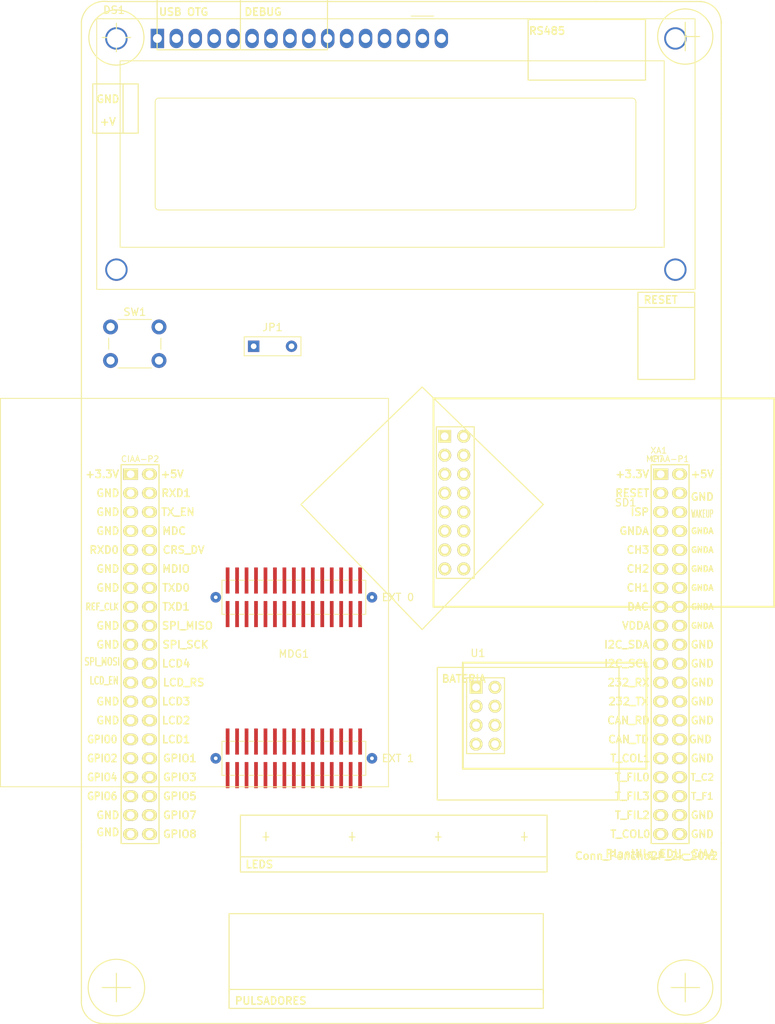
<source format=kicad_pcb>
(kicad_pcb (version 20171130) (host pcbnew "(5.1.2)-2")

  (general
    (thickness 1.6)
    (drawings 0)
    (tracks 0)
    (zones 0)
    (modules 8)
    (nets 116)
  )

  (page A4)
  (layers
    (0 F.Cu signal)
    (31 B.Cu signal)
    (32 B.Adhes user)
    (33 F.Adhes user)
    (34 B.Paste user)
    (35 F.Paste user)
    (36 B.SilkS user)
    (37 F.SilkS user)
    (38 B.Mask user)
    (39 F.Mask user)
    (40 Dwgs.User user)
    (41 Cmts.User user)
    (42 Eco1.User user)
    (43 Eco2.User user)
    (44 Edge.Cuts user)
    (45 Margin user)
    (46 B.CrtYd user)
    (47 F.CrtYd user)
    (48 B.Fab user)
    (49 F.Fab user)
  )

  (setup
    (last_trace_width 0.25)
    (trace_clearance 0.2)
    (zone_clearance 0.508)
    (zone_45_only no)
    (trace_min 0.2)
    (via_size 0.8)
    (via_drill 0.4)
    (via_min_size 0.4)
    (via_min_drill 0.3)
    (uvia_size 0.3)
    (uvia_drill 0.1)
    (uvias_allowed no)
    (uvia_min_size 0.2)
    (uvia_min_drill 0.1)
    (edge_width 0.05)
    (segment_width 0.2)
    (pcb_text_width 0.3)
    (pcb_text_size 1.5 1.5)
    (mod_edge_width 0.12)
    (mod_text_size 1 1)
    (mod_text_width 0.15)
    (pad_size 1.524 2)
    (pad_drill 1.016)
    (pad_to_mask_clearance 0.051)
    (solder_mask_min_width 0.25)
    (aux_axis_origin 0 0)
    (visible_elements 7FFFFFFF)
    (pcbplotparams
      (layerselection 0x010fc_ffffffff)
      (usegerberextensions false)
      (usegerberattributes false)
      (usegerberadvancedattributes false)
      (creategerberjobfile false)
      (excludeedgelayer true)
      (linewidth 0.100000)
      (plotframeref false)
      (viasonmask false)
      (mode 1)
      (useauxorigin false)
      (hpglpennumber 1)
      (hpglpenspeed 20)
      (hpglpendiameter 15.000000)
      (psnegative false)
      (psa4output false)
      (plotreference true)
      (plotvalue true)
      (plotinvisibletext false)
      (padsonsilk false)
      (subtractmaskfromsilk false)
      (outputformat 1)
      (mirror false)
      (drillshape 1)
      (scaleselection 1)
      (outputdirectory ""))
  )

  (net 0 "")
  (net 1 LCD4)
  (net 2 LCD3)
  (net 3 LCD2)
  (net 4 LCD1)
  (net 5 "Net-(DS1-Pad12)")
  (net 6 "Net-(DS1-Pad11)")
  (net 7 "Net-(DS1-Pad10)")
  (net 8 "Net-(DS1-Pad9)")
  (net 9 LCD-EN)
  (net 10 GND)
  (net 11 LCD-RS)
  (net 12 +5V)
  (net 13 "Net-(DS1-Pad2)")
  (net 14 "Net-(MDG1-Pad21)")
  (net 15 "Net-(MDG1-Pad25)")
  (net 16 "Net-(MDG1-Pad9)")
  (net 17 +3.3V)
  (net 18 "Net-(MDG1-Pad1)")
  (net 19 "Net-(MDG1-Pad15)")
  (net 20 "Net-(MDG1-Pad6)")
  (net 21 "Net-(MDG1-Pad24)")
  (net 22 "Net-(MDG1-Pad18)")
  (net 23 "Net-(MDG1-Pad17)")
  (net 24 "Net-(MDG1-Pad28)")
  (net 25 "Net-(MDG1-Pad22)")
  (net 26 "Net-(MDG1-Pad14)")
  (net 27 "Net-(MDG1-Pad16)")
  (net 28 "Net-(MDG1-Pad12)")
  (net 29 "Net-(MDG1-Pad30)")
  (net 30 "Net-(MDG1-Pad7)")
  (net 31 "Net-(MDG1-Pad27)")
  (net 32 "Net-(MDG1-Pad11)")
  (net 33 RESET-MOTE)
  (net 34 "Net-(MDG1-Pad23)")
  (net 35 "Net-(MDG1-Pad2)")
  (net 36 "Net-(MDG1-Pad26)")
  (net 37 "Net-(MDG1-Pad10)")
  (net 38 "Net-(MDG1-Pad13)")
  (net 39 "Net-(MDG1-Pad59)")
  (net 40 "Net-(MDG1-Pad57)")
  (net 41 "Net-(MDG1-Pad55)")
  (net 42 "Net-(MDG1-Pad53)")
  (net 43 "Net-(MDG1-Pad49)")
  (net 44 "Net-(MDG1-Pad47)")
  (net 45 "Net-(MDG1-Pad45)")
  (net 46 "Net-(MDG1-Pad43)")
  (net 47 "Net-(MDG1-Pad41)")
  (net 48 UART-MOTE-TX)
  (net 49 "Net-(MDG1-Pad37)")
  (net 50 "Net-(MDG1-Pad35)")
  (net 51 "Net-(MDG1-Pad33)")
  (net 52 "Net-(MDG1-Pad31)")
  (net 53 "Net-(MDG1-Pad60)")
  (net 54 "Net-(MDG1-Pad58)")
  (net 55 "Net-(MDG1-Pad56)")
  (net 56 "Net-(MDG1-Pad54)")
  (net 57 "Net-(MDG1-Pad50)")
  (net 58 "Net-(MDG1-Pad48)")
  (net 59 "Net-(MDG1-Pad46)")
  (net 60 "Net-(MDG1-Pad44)")
  (net 61 "Net-(MDG1-Pad42)")
  (net 62 UART-MOTE-RX)
  (net 63 "Net-(MDG1-Pad38)")
  (net 64 "Net-(MDG1-Pad36)")
  (net 65 "Net-(MDG1-Pad34)")
  (net 66 CIAA-MISO)
  (net 67 CIAA-SCK)
  (net 68 CIAA-MOSI)
  (net 69 GPIO0-CS)
  (net 70 "Net-(U1-Pad6)")
  (net 71 "Net-(U1-Pad5)")
  (net 72 "Net-(U1-Pad4)")
  (net 73 "Net-(XA1-Pad80)")
  (net 74 "Net-(XA1-Pad78)")
  (net 75 "Net-(XA1-Pad76)")
  (net 76 "Net-(XA1-Pad75)")
  (net 77 "Net-(XA1-Pad74)")
  (net 78 "Net-(XA1-Pad73)")
  (net 79 "Net-(XA1-Pad56)")
  (net 80 "Net-(XA1-Pad55)")
  (net 81 "Net-(XA1-Pad54)")
  (net 82 "Net-(XA1-Pad52)")
  (net 83 "Net-(XA1-Pad50)")
  (net 84 "Net-(XA1-Pad49)")
  (net 85 "Net-(XA1-Pad48)")
  (net 86 "Net-(XA1-Pad46)")
  (net 87 "Net-(XA1-Pad44)")
  (net 88 "Net-(XA1-Pad39)")
  (net 89 "Net-(XA1-Pad9)")
  (net 90 "Net-(XA1-Pad7)")
  (net 91 "Net-(XA1-Pad5)")
  (net 92 "Net-(XA1-Pad3)")
  (net 93 "Net-(XA1-Pad37)")
  (net 94 "Net-(XA1-Pad35)")
  (net 95 "Net-(XA1-Pad36)")
  (net 96 "Net-(XA1-Pad34)")
  (net 97 "Net-(XA1-Pad33)")
  (net 98 "Net-(XA1-Pad31)")
  (net 99 "Net-(XA1-Pad29)")
  (net 100 "Net-(XA1-Pad27)")
  (net 101 "Net-(XA1-Pad18)")
  (net 102 CIAA-UART1-TX)
  (net 103 "Net-(XA1-Pad16)")
  (net 104 CIAA-UART1-RX)
  (net 105 "Net-(XA1-Pad14)")
  (net 106 "Net-(XA1-Pad21)")
  (net 107 "Net-(XA1-Pad12)")
  (net 108 "Net-(XA1-Pad19)")
  (net 109 "Net-(XA1-Pad10)")
  (net 110 "Net-(XA1-Pad17)")
  (net 111 "Net-(XA1-Pad8)")
  (net 112 "Net-(XA1-Pad15)")
  (net 113 "Net-(XA1-Pad6)")
  (net 114 "Net-(XA1-Pad13)")
  (net 115 "Net-(XA1-Pad11)")

  (net_class Default "Esta es la clase de red por defecto."
    (clearance 0.2)
    (trace_width 0.25)
    (via_dia 0.8)
    (via_drill 0.4)
    (uvia_dia 0.3)
    (uvia_drill 0.1)
    (add_net +3.3V)
    (add_net +5V)
    (add_net CIAA-MISO)
    (add_net CIAA-MOSI)
    (add_net CIAA-SCK)
    (add_net CIAA-UART1-RX)
    (add_net CIAA-UART1-TX)
    (add_net GND)
    (add_net GPIO0-CS)
    (add_net LCD-EN)
    (add_net LCD-RS)
    (add_net LCD1)
    (add_net LCD2)
    (add_net LCD3)
    (add_net LCD4)
    (add_net "Net-(DS1-Pad10)")
    (add_net "Net-(DS1-Pad11)")
    (add_net "Net-(DS1-Pad12)")
    (add_net "Net-(DS1-Pad2)")
    (add_net "Net-(DS1-Pad9)")
    (add_net "Net-(MDG1-Pad1)")
    (add_net "Net-(MDG1-Pad10)")
    (add_net "Net-(MDG1-Pad11)")
    (add_net "Net-(MDG1-Pad12)")
    (add_net "Net-(MDG1-Pad13)")
    (add_net "Net-(MDG1-Pad14)")
    (add_net "Net-(MDG1-Pad15)")
    (add_net "Net-(MDG1-Pad16)")
    (add_net "Net-(MDG1-Pad17)")
    (add_net "Net-(MDG1-Pad18)")
    (add_net "Net-(MDG1-Pad2)")
    (add_net "Net-(MDG1-Pad21)")
    (add_net "Net-(MDG1-Pad22)")
    (add_net "Net-(MDG1-Pad23)")
    (add_net "Net-(MDG1-Pad24)")
    (add_net "Net-(MDG1-Pad25)")
    (add_net "Net-(MDG1-Pad26)")
    (add_net "Net-(MDG1-Pad27)")
    (add_net "Net-(MDG1-Pad28)")
    (add_net "Net-(MDG1-Pad30)")
    (add_net "Net-(MDG1-Pad31)")
    (add_net "Net-(MDG1-Pad33)")
    (add_net "Net-(MDG1-Pad34)")
    (add_net "Net-(MDG1-Pad35)")
    (add_net "Net-(MDG1-Pad36)")
    (add_net "Net-(MDG1-Pad37)")
    (add_net "Net-(MDG1-Pad38)")
    (add_net "Net-(MDG1-Pad41)")
    (add_net "Net-(MDG1-Pad42)")
    (add_net "Net-(MDG1-Pad43)")
    (add_net "Net-(MDG1-Pad44)")
    (add_net "Net-(MDG1-Pad45)")
    (add_net "Net-(MDG1-Pad46)")
    (add_net "Net-(MDG1-Pad47)")
    (add_net "Net-(MDG1-Pad48)")
    (add_net "Net-(MDG1-Pad49)")
    (add_net "Net-(MDG1-Pad50)")
    (add_net "Net-(MDG1-Pad53)")
    (add_net "Net-(MDG1-Pad54)")
    (add_net "Net-(MDG1-Pad55)")
    (add_net "Net-(MDG1-Pad56)")
    (add_net "Net-(MDG1-Pad57)")
    (add_net "Net-(MDG1-Pad58)")
    (add_net "Net-(MDG1-Pad59)")
    (add_net "Net-(MDG1-Pad6)")
    (add_net "Net-(MDG1-Pad60)")
    (add_net "Net-(MDG1-Pad7)")
    (add_net "Net-(MDG1-Pad9)")
    (add_net "Net-(U1-Pad4)")
    (add_net "Net-(U1-Pad5)")
    (add_net "Net-(U1-Pad6)")
    (add_net "Net-(XA1-Pad10)")
    (add_net "Net-(XA1-Pad11)")
    (add_net "Net-(XA1-Pad12)")
    (add_net "Net-(XA1-Pad13)")
    (add_net "Net-(XA1-Pad14)")
    (add_net "Net-(XA1-Pad15)")
    (add_net "Net-(XA1-Pad16)")
    (add_net "Net-(XA1-Pad17)")
    (add_net "Net-(XA1-Pad18)")
    (add_net "Net-(XA1-Pad19)")
    (add_net "Net-(XA1-Pad21)")
    (add_net "Net-(XA1-Pad27)")
    (add_net "Net-(XA1-Pad29)")
    (add_net "Net-(XA1-Pad3)")
    (add_net "Net-(XA1-Pad31)")
    (add_net "Net-(XA1-Pad33)")
    (add_net "Net-(XA1-Pad34)")
    (add_net "Net-(XA1-Pad35)")
    (add_net "Net-(XA1-Pad36)")
    (add_net "Net-(XA1-Pad37)")
    (add_net "Net-(XA1-Pad39)")
    (add_net "Net-(XA1-Pad44)")
    (add_net "Net-(XA1-Pad46)")
    (add_net "Net-(XA1-Pad48)")
    (add_net "Net-(XA1-Pad49)")
    (add_net "Net-(XA1-Pad5)")
    (add_net "Net-(XA1-Pad50)")
    (add_net "Net-(XA1-Pad52)")
    (add_net "Net-(XA1-Pad54)")
    (add_net "Net-(XA1-Pad55)")
    (add_net "Net-(XA1-Pad56)")
    (add_net "Net-(XA1-Pad6)")
    (add_net "Net-(XA1-Pad7)")
    (add_net "Net-(XA1-Pad73)")
    (add_net "Net-(XA1-Pad74)")
    (add_net "Net-(XA1-Pad75)")
    (add_net "Net-(XA1-Pad76)")
    (add_net "Net-(XA1-Pad78)")
    (add_net "Net-(XA1-Pad8)")
    (add_net "Net-(XA1-Pad80)")
    (add_net "Net-(XA1-Pad9)")
    (add_net RESET-MOTE)
    (add_net UART-MOTE-RX)
    (add_net UART-MOTE-TX)
  )

  (module Connector_Samtec_HLE_SMD:SAMTEC-EDU-CIAA (layer F.Cu) (tedit 5D059B63) (tstamp 5D070878)
    (at 93.66 153.035)
    (descr "Samtec HLE .100\" Tiger Beam Cost-effective Single Beam Socket Strip, HLE-115-02-xxx-DV-A, 15 Pins per row (http://suddendocs.samtec.com/prints/hle-1xx-02-xxx-dv-xx-xx-xx-mkt.pdf, http://suddendocs.samtec.com/prints/hle-dv-footprint.pdf), generated with kicad-footprint-generator")
    (tags "connector Samtec HLE top entry")
    (path /5D0056C5)
    (attr smd)
    (fp_text reference MDG1 (at 0 -14) (layer F.SilkS)
      (effects (font (size 1 1) (thickness 0.15)))
    )
    (fp_text value MOTEDRESDENGAT_v1 (at 0 -10.5) (layer F.Fab)
      (effects (font (size 1 1) (thickness 0.15)))
    )
    (fp_line (start -39.37 -48.26) (end 12.7 -48.26) (layer F.SilkS) (width 0.12))
    (fp_line (start -39.37 3.81) (end -39.37 -48.26) (layer F.SilkS) (width 0.12))
    (fp_line (start 12.7 3.81) (end -39.37 3.81) (layer F.SilkS) (width 0.12))
    (fp_line (start 12.7 -48.26) (end 12.7 3.81) (layer F.SilkS) (width 0.12))
    (fp_line (start -39.37 3.81) (end -39.37 -48.26) (layer F.Fab) (width 0.12))
    (fp_line (start 12.7 3.81) (end -39.37 3.81) (layer F.Fab) (width 0.12))
    (fp_line (start 12.7 -48.26) (end 12.7 3.81) (layer F.Fab) (width 0.12))
    (fp_line (start -39.37 -48.26) (end 12.7 -48.26) (layer F.Fab) (width 0.12))
    (fp_line (start -39.37 3.81) (end 12.7 3.81) (layer F.CrtYd) (width 0.12))
    (fp_line (start -39.37 -48.26) (end -39.37 3.81) (layer F.CrtYd) (width 0.12))
    (fp_line (start 12.7 -48.26) (end -39.37 -48.26) (layer F.CrtYd) (width 0.12))
    (fp_line (start 12.7 3.81) (end 12.7 -48.26) (layer F.CrtYd) (width 0.12))
    (fp_text user "EXT 1" (at 13.97 0) (layer F.SilkS)
      (effects (font (size 1 1) (thickness 0.15)))
    )
    (fp_text user "EXT 0" (at 13.97 -21.59) (layer F.SilkS)
      (effects (font (size 1 1) (thickness 0.15)))
    )
    (fp_line (start -6.604 -23.876) (end -7.366 -23.876) (layer F.SilkS) (width 0.12))
    (fp_line (start -7.874 -19.304) (end -8.636 -19.304) (layer F.SilkS) (width 0.12))
    (fp_line (start -6.604 -19.304) (end -7.366 -19.304) (layer F.SilkS) (width 0.12))
    (fp_line (start -1.524 -19.304) (end -2.286 -19.304) (layer F.SilkS) (width 0.12))
    (fp_line (start 6.096 -19.304) (end 5.334 -19.304) (layer F.SilkS) (width 0.12))
    (fp_line (start 4.826 -19.304) (end 4.064 -19.304) (layer F.SilkS) (width 0.12))
    (fp_line (start 2.286 -19.304) (end 1.524 -19.304) (layer F.SilkS) (width 0.12))
    (fp_line (start 8.636 -19.304) (end 7.874 -19.304) (layer F.SilkS) (width 0.12))
    (fp_line (start -5.334 -19.304) (end -6.096 -19.304) (layer F.SilkS) (width 0.12))
    (fp_line (start -4.064 -19.304) (end -4.826 -19.304) (layer F.SilkS) (width 0.12))
    (fp_line (start -2.794 -19.304) (end -3.556 -19.304) (layer F.SilkS) (width 0.12))
    (fp_line (start 3.556 -19.304) (end 2.794 -19.304) (layer F.SilkS) (width 0.12))
    (fp_line (start 7.366 -19.304) (end 6.604 -19.304) (layer F.SilkS) (width 0.12))
    (fp_line (start -0.254 -19.304) (end -1.016 -19.304) (layer F.SilkS) (width 0.12))
    (fp_line (start 1.016 -19.304) (end 0.254 -19.304) (layer F.SilkS) (width 0.12))
    (fp_line (start 9.398 -23.622) (end 9.398 -19.59) (layer F.Fab) (width 0.1))
    (fp_line (start -9.398 -23.622) (end 9.398 -23.622) (layer F.Fab) (width 0.1))
    (fp_line (start -9.652 -23.876) (end -9.652 -19.304) (layer F.SilkS) (width 0.12))
    (fp_line (start 9.398 -19.59) (end -9.398 -19.59) (layer F.Fab) (width 0.1))
    (fp_line (start -8.89 -23.114) (end -8.382 -23.622) (layer F.Fab) (width 0.1))
    (fp_line (start -9.398 -19.59) (end -9.398 -23.622) (layer F.Fab) (width 0.1))
    (fp_line (start 9.652 -23.876) (end 9.652 -19.304) (layer F.SilkS) (width 0.12))
    (fp_line (start -7.874 -23.876) (end -8.636 -23.876) (layer F.SilkS) (width 0.12))
    (fp_line (start 11 -19.09) (end -11 -19.09) (layer F.CrtYd) (width 0.05))
    (fp_line (start -9.398 -23.622) (end -8.898 -23.122) (layer F.Fab) (width 0.1))
    (fp_line (start -11 -19.09) (end -11 -24.09) (layer F.CrtYd) (width 0.05))
    (fp_line (start -9.144 -23.876) (end -9.392 -23.876) (layer F.SilkS) (width 0.12))
    (fp_line (start 11 -24.09) (end 11 -19.09) (layer F.CrtYd) (width 0.05))
    (fp_line (start -9.392 -23.876) (end -9.652 -23.876) (layer F.SilkS) (width 0.12))
    (fp_line (start -1.524 -23.876) (end -2.286 -23.876) (layer F.SilkS) (width 0.12))
    (fp_line (start -11 -24.09) (end 11 -24.09) (layer F.CrtYd) (width 0.05))
    (fp_line (start -9.652 -19.304) (end -9.144 -19.304) (layer F.SilkS) (width 0.12))
    (fp_line (start 6.096 -23.876) (end 5.334 -23.876) (layer F.SilkS) (width 0.12))
    (fp_line (start 4.826 -23.876) (end 4.064 -23.876) (layer F.SilkS) (width 0.12))
    (fp_line (start 2.286 -23.876) (end 1.524 -23.876) (layer F.SilkS) (width 0.12))
    (fp_line (start 9.652 -23.876) (end 9.144 -23.876) (layer F.SilkS) (width 0.12))
    (fp_line (start 8.636 -23.876) (end 7.874 -23.876) (layer F.SilkS) (width 0.12))
    (fp_line (start -5.334 -23.876) (end -6.096 -23.876) (layer F.SilkS) (width 0.12))
    (fp_line (start -4.064 -23.876) (end -4.826 -23.876) (layer F.SilkS) (width 0.12))
    (fp_line (start 3.556 -23.876) (end 2.794 -23.876) (layer F.SilkS) (width 0.12))
    (fp_line (start 7.366 -23.876) (end 6.604 -23.876) (layer F.SilkS) (width 0.12))
    (fp_line (start -0.254 -23.876) (end -1.016 -23.876) (layer F.SilkS) (width 0.12))
    (fp_line (start -2.794 -23.876) (end -3.556 -23.876) (layer F.SilkS) (width 0.12))
    (fp_line (start 1.016 -23.876) (end 0.254 -23.876) (layer F.SilkS) (width 0.12))
    (fp_line (start 9.652 -19.304) (end 9.144 -19.304) (layer F.SilkS) (width 0.12))
    (fp_line (start 9.652 2.286) (end 9.144 2.286) (layer F.SilkS) (width 0.12))
    (fp_line (start -6.604 2.286) (end -7.366 2.286) (layer F.SilkS) (width 0.12))
    (fp_line (start -7.874 2.286) (end -8.636 2.286) (layer F.SilkS) (width 0.12))
    (fp_line (start -1.524 2.286) (end -2.286 2.286) (layer F.SilkS) (width 0.12))
    (fp_line (start 6.096 2.286) (end 5.334 2.286) (layer F.SilkS) (width 0.12))
    (fp_line (start 4.826 2.286) (end 4.064 2.286) (layer F.SilkS) (width 0.12))
    (fp_line (start 2.286 2.286) (end 1.524 2.286) (layer F.SilkS) (width 0.12))
    (fp_line (start 8.636 2.286) (end 7.874 2.286) (layer F.SilkS) (width 0.12))
    (fp_line (start -5.334 2.286) (end -6.096 2.286) (layer F.SilkS) (width 0.12))
    (fp_line (start -4.064 2.286) (end -4.826 2.286) (layer F.SilkS) (width 0.12))
    (fp_line (start 3.556 2.286) (end 2.794 2.286) (layer F.SilkS) (width 0.12))
    (fp_line (start 7.366 2.286) (end 6.604 2.286) (layer F.SilkS) (width 0.12))
    (fp_line (start -0.254 2.286) (end -1.016 2.286) (layer F.SilkS) (width 0.12))
    (fp_line (start -2.794 2.286) (end -3.556 2.286) (layer F.SilkS) (width 0.12))
    (fp_line (start 1.016 2.286) (end 0.254 2.286) (layer F.SilkS) (width 0.12))
    (fp_line (start 9.652 -2.286) (end 9.144 -2.286) (layer F.SilkS) (width 0.12))
    (fp_line (start 8.636 -2.286) (end 7.874 -2.286) (layer F.SilkS) (width 0.12))
    (fp_line (start 7.366 -2.286) (end 6.604 -2.286) (layer F.SilkS) (width 0.12))
    (fp_line (start 6.096 -2.286) (end 5.334 -2.286) (layer F.SilkS) (width 0.12))
    (fp_line (start 4.826 -2.286) (end 4.064 -2.286) (layer F.SilkS) (width 0.12))
    (fp_line (start 3.556 -2.286) (end 2.794 -2.286) (layer F.SilkS) (width 0.12))
    (fp_line (start 2.286 -2.286) (end 1.524 -2.286) (layer F.SilkS) (width 0.12))
    (fp_line (start 1.016 -2.286) (end 0.254 -2.286) (layer F.SilkS) (width 0.12))
    (fp_line (start -0.254 -2.286) (end -1.016 -2.286) (layer F.SilkS) (width 0.12))
    (fp_line (start -1.524 -2.286) (end -2.286 -2.286) (layer F.SilkS) (width 0.12))
    (fp_line (start -2.794 -2.286) (end -3.556 -2.286) (layer F.SilkS) (width 0.12))
    (fp_line (start -4.064 -2.286) (end -4.826 -2.286) (layer F.SilkS) (width 0.12))
    (fp_line (start -5.334 -2.286) (end -6.096 -2.286) (layer F.SilkS) (width 0.12))
    (fp_line (start -6.604 -2.286) (end -7.366 -2.286) (layer F.SilkS) (width 0.12))
    (fp_line (start -7.874 -2.286) (end -8.636 -2.286) (layer F.SilkS) (width 0.12))
    (fp_text user %R (at 0 -9) (layer F.Fab)
      (effects (font (size 1 1) (thickness 0.15)))
    )
    (fp_line (start -11 2.5) (end -11 -2.5) (layer F.CrtYd) (width 0.05))
    (fp_line (start 11 2.5) (end -11 2.5) (layer F.CrtYd) (width 0.05))
    (fp_line (start 11 -2.5) (end 11 2.5) (layer F.CrtYd) (width 0.05))
    (fp_line (start -11 -2.5) (end 11 -2.5) (layer F.CrtYd) (width 0.05))
    (fp_line (start 9.652 -2.286) (end 9.652 2.286) (layer F.SilkS) (width 0.12))
    (fp_line (start -9.652 2.286) (end -9.144 2.286) (layer F.SilkS) (width 0.12))
    (fp_line (start -9.652 -2.286) (end -9.652 2.286) (layer F.SilkS) (width 0.12))
    (fp_line (start -9.392 -2.286) (end -9.652 -2.286) (layer F.SilkS) (width 0.12))
    (fp_line (start -9.144 -2.286) (end -9.392 -2.286) (layer F.SilkS) (width 0.12))
    (fp_line (start -8.89 -1.524) (end -8.382 -2.032) (layer F.Fab) (width 0.1))
    (fp_line (start -9.398 -2.032) (end -8.898 -1.532) (layer F.Fab) (width 0.1))
    (fp_line (start -9.398 2) (end -9.398 -2.032) (layer F.Fab) (width 0.1))
    (fp_line (start 9.398 2) (end -9.398 2) (layer F.Fab) (width 0.1))
    (fp_line (start 9.398 -2.032) (end 9.398 2) (layer F.Fab) (width 0.1))
    (fp_line (start -9.398 -2.032) (end 9.398 -2.032) (layer F.Fab) (width 0.1))
    (pad "" thru_hole circle (at 10.48 -21.59) (size 1.42 1.42) (drill 0.5) (layers *.Cu *.Mask))
    (pad 21 smd rect (at 3.81 -19.84) (size 0.5 3.5) (drill (offset 0 0.5)) (layers F.Cu F.Paste F.Mask)
      (net 14 "Net-(MDG1-Pad21)"))
    (pad 25 smd rect (at 6.35 -19.84) (size 0.5 3.5) (drill (offset 0 0.5)) (layers F.Cu F.Paste F.Mask)
      (net 15 "Net-(MDG1-Pad25)"))
    (pad 9 smd rect (at -3.81 -19.84) (size 0.5 3.5) (drill (offset 0 0.5)) (layers F.Cu F.Paste F.Mask)
      (net 16 "Net-(MDG1-Pad9)"))
    (pad 4 smd rect (at -7.62 -22.09) (size 0.5 3.5) (drill (offset 0 -1.75)) (layers F.Cu F.Paste F.Mask)
      (net 17 +3.3V))
    (pad 1 smd rect (at -8.89 -21.09) (size 0.5 3.5) (drill (offset 0 1.75)) (layers F.Cu F.Paste F.Mask)
      (net 18 "Net-(MDG1-Pad1)"))
    (pad 15 smd rect (at 0 -19.84) (size 0.5 3.5) (drill (offset 0 0.5)) (layers F.Cu F.Paste F.Mask)
      (net 19 "Net-(MDG1-Pad15)"))
    (pad 6 smd rect (at -6.35 -22.09) (size 0.5 3.5) (drill (offset 0 -1.75)) (layers F.Cu F.Paste F.Mask)
      (net 20 "Net-(MDG1-Pad6)"))
    (pad 20 smd rect (at 2.54 -22.09) (size 0.5 3.5) (drill (offset 0 -1.75)) (layers F.Cu F.Paste F.Mask)
      (net 10 GND))
    (pad 24 smd rect (at 5.08 -22.09) (size 0.5 3.5) (drill (offset 0 -1.75)) (layers F.Cu F.Paste F.Mask)
      (net 21 "Net-(MDG1-Pad24)"))
    (pad 18 smd rect (at 1.27 -22.09) (size 0.5 3.5) (drill (offset 0 -1.75)) (layers F.Cu F.Paste F.Mask)
      (net 22 "Net-(MDG1-Pad18)"))
    (pad 17 smd rect (at 1.27 -19.84) (size 0.5 3.5) (drill (offset 0 0.5)) (layers F.Cu F.Paste F.Mask)
      (net 23 "Net-(MDG1-Pad17)"))
    (pad 8 smd rect (at -5.08 -22.09) (size 0.5 3.5) (drill (offset 0 -1.75)) (layers F.Cu F.Paste F.Mask)
      (net 10 GND))
    (pad 28 smd rect (at 7.62 -22.09) (size 0.5 3.5) (drill (offset 0 -1.75)) (layers F.Cu F.Paste F.Mask)
      (net 24 "Net-(MDG1-Pad28)"))
    (pad 22 smd rect (at 3.81 -22.09) (size 0.5 3.5) (drill (offset 0 -1.75)) (layers F.Cu F.Paste F.Mask)
      (net 25 "Net-(MDG1-Pad22)"))
    (pad 14 smd rect (at -1.27 -22.09) (size 0.5 3.5) (drill (offset 0 -1.75)) (layers F.Cu F.Paste F.Mask)
      (net 26 "Net-(MDG1-Pad14)"))
    (pad 16 smd rect (at 0 -22.09) (size 0.5 3.5) (drill (offset 0 -1.75)) (layers F.Cu F.Paste F.Mask)
      (net 27 "Net-(MDG1-Pad16)"))
    (pad 12 smd rect (at -2.54 -22.09) (size 0.5 3.5) (drill (offset 0 -1.75)) (layers F.Cu F.Paste F.Mask)
      (net 28 "Net-(MDG1-Pad12)"))
    (pad 30 smd rect (at 8.89 -22.09) (size 0.5 3.5) (drill (offset 0 -1.75)) (layers F.Cu F.Paste F.Mask)
      (net 29 "Net-(MDG1-Pad30)"))
    (pad 7 smd rect (at -5.08 -19.84) (size 0.5 3.5) (drill (offset 0 0.5)) (layers F.Cu F.Paste F.Mask)
      (net 30 "Net-(MDG1-Pad7)"))
    (pad 27 smd rect (at 7.62 -19.84) (size 0.5 3.5) (drill (offset 0 0.5)) (layers F.Cu F.Paste F.Mask)
      (net 31 "Net-(MDG1-Pad27)"))
    (pad 11 smd rect (at -2.54 -19.84) (size 0.5 3.5) (drill (offset 0 0.5)) (layers F.Cu F.Paste F.Mask)
      (net 32 "Net-(MDG1-Pad11)"))
    (pad 3 smd rect (at -7.62 -19.84) (size 0.5 3.5) (drill (offset 0 0.5)) (layers F.Cu F.Paste F.Mask)
      (net 33 RESET-MOTE))
    (pad 29 smd rect (at 8.89 -19.84) (size 0.5 3.5) (drill (offset 0 0.5)) (layers F.Cu F.Paste F.Mask)
      (net 10 GND))
    (pad 23 smd rect (at 5.08 -19.84) (size 0.5 3.5) (drill (offset 0 0.5)) (layers F.Cu F.Paste F.Mask)
      (net 34 "Net-(MDG1-Pad23)"))
    (pad 2 smd rect (at -8.89 -22.09) (size 0.5 3.5) (drill (offset 0 -1.75)) (layers F.Cu F.Paste F.Mask)
      (net 35 "Net-(MDG1-Pad2)"))
    (pad 19 smd rect (at 2.54 -19.84) (size 0.5 3.5) (drill (offset 0 0.5)) (layers F.Cu F.Paste F.Mask)
      (net 10 GND))
    (pad 5 smd rect (at -6.35 -19.84) (size 0.5 3.5) (drill (offset 0 0.5)) (layers F.Cu F.Paste F.Mask)
      (net 10 GND))
    (pad 26 smd rect (at 6.35 -22.09) (size 0.5 3.5) (drill (offset 0 -1.75)) (layers F.Cu F.Paste F.Mask)
      (net 36 "Net-(MDG1-Pad26)"))
    (pad 10 smd rect (at -3.81 -22.09) (size 0.5 3.5) (drill (offset 0 -1.75)) (layers F.Cu F.Paste F.Mask)
      (net 37 "Net-(MDG1-Pad10)"))
    (pad 13 smd rect (at -1.27 -19.84) (size 0.5 3.5) (drill (offset 0 0.5)) (layers F.Cu F.Paste F.Mask)
      (net 38 "Net-(MDG1-Pad13)"))
    (pad "" thru_hole circle (at -10.48 -21.59) (size 1.42 1.42) (drill 0.5) (layers *.Cu *.Mask))
    (pad "" thru_hole circle (at 10.48 0) (size 1.42 1.42) (drill 0.5) (layers *.Cu *.Mask))
    (pad "" thru_hole circle (at -10.48 0) (size 1.42 1.42) (drill 0.5) (layers *.Cu *.Mask))
    (pad 59 smd rect (at 8.89 1.75) (size 0.5 3.5) (drill (offset 0 0.5)) (layers F.Cu F.Paste F.Mask)
      (net 39 "Net-(MDG1-Pad59)"))
    (pad 57 smd rect (at 7.62 1.75) (size 0.5 3.5) (drill (offset 0 0.5)) (layers F.Cu F.Paste F.Mask)
      (net 40 "Net-(MDG1-Pad57)"))
    (pad 55 smd rect (at 6.35 1.75) (size 0.5 3.5) (drill (offset 0 0.5)) (layers F.Cu F.Paste F.Mask)
      (net 41 "Net-(MDG1-Pad55)"))
    (pad 53 smd rect (at 5.08 1.75) (size 0.5 3.5) (drill (offset 0 0.5)) (layers F.Cu F.Paste F.Mask)
      (net 42 "Net-(MDG1-Pad53)"))
    (pad 51 smd rect (at 3.81 1.75) (size 0.5 3.5) (drill (offset 0 0.5)) (layers F.Cu F.Paste F.Mask)
      (net 17 +3.3V))
    (pad 49 smd rect (at 2.54 1.75) (size 0.5 3.5) (drill (offset 0 0.5)) (layers F.Cu F.Paste F.Mask)
      (net 43 "Net-(MDG1-Pad49)"))
    (pad 47 smd rect (at 1.27 1.75) (size 0.5 3.5) (drill (offset 0 0.5)) (layers F.Cu F.Paste F.Mask)
      (net 44 "Net-(MDG1-Pad47)"))
    (pad 45 smd rect (at 0 1.75) (size 0.5 3.5) (drill (offset 0 0.5)) (layers F.Cu F.Paste F.Mask)
      (net 45 "Net-(MDG1-Pad45)"))
    (pad 43 smd rect (at -1.27 1.75) (size 0.5 3.5) (drill (offset 0 0.5)) (layers F.Cu F.Paste F.Mask)
      (net 46 "Net-(MDG1-Pad43)"))
    (pad 41 smd rect (at -2.54 1.75) (size 0.5 3.5) (drill (offset 0 0.5)) (layers F.Cu F.Paste F.Mask)
      (net 47 "Net-(MDG1-Pad41)"))
    (pad 39 smd rect (at -3.81 1.75) (size 0.5 3.5) (drill (offset 0 0.5)) (layers F.Cu F.Paste F.Mask)
      (net 48 UART-MOTE-TX))
    (pad 37 smd rect (at -5.08 1.75) (size 0.5 3.5) (drill (offset 0 0.5)) (layers F.Cu F.Paste F.Mask)
      (net 49 "Net-(MDG1-Pad37)"))
    (pad 35 smd rect (at -6.35 1.75) (size 0.5 3.5) (drill (offset 0 0.5)) (layers F.Cu F.Paste F.Mask)
      (net 50 "Net-(MDG1-Pad35)"))
    (pad 33 smd rect (at -7.62 1.75) (size 0.5 3.5) (drill (offset 0 0.5)) (layers F.Cu F.Paste F.Mask)
      (net 51 "Net-(MDG1-Pad33)"))
    (pad 31 smd rect (at -8.89 0.5) (size 0.5 3.5) (drill (offset 0 1.75)) (layers F.Cu F.Paste F.Mask)
      (net 52 "Net-(MDG1-Pad31)"))
    (pad 60 smd rect (at 8.89 -0.5) (size 0.5 3.5) (drill (offset 0 -1.75)) (layers F.Cu F.Paste F.Mask)
      (net 53 "Net-(MDG1-Pad60)"))
    (pad 58 smd rect (at 7.62 -0.5) (size 0.5 3.5) (drill (offset 0 -1.75)) (layers F.Cu F.Paste F.Mask)
      (net 54 "Net-(MDG1-Pad58)"))
    (pad 56 smd rect (at 6.35 -0.5) (size 0.5 3.5) (drill (offset 0 -1.75)) (layers F.Cu F.Paste F.Mask)
      (net 55 "Net-(MDG1-Pad56)"))
    (pad 54 smd rect (at 5.08 -0.5) (size 0.5 3.5) (drill (offset 0 -1.75)) (layers F.Cu F.Paste F.Mask)
      (net 56 "Net-(MDG1-Pad54)"))
    (pad 52 smd rect (at 3.81 -0.5) (size 0.5 3.5) (drill (offset 0 -1.75)) (layers F.Cu F.Paste F.Mask)
      (net 10 GND))
    (pad 50 smd rect (at 2.54 -0.5) (size 0.5 3.5) (drill (offset 0 -1.75)) (layers F.Cu F.Paste F.Mask)
      (net 57 "Net-(MDG1-Pad50)"))
    (pad 48 smd rect (at 1.27 -0.5) (size 0.5 3.5) (drill (offset 0 -1.75)) (layers F.Cu F.Paste F.Mask)
      (net 58 "Net-(MDG1-Pad48)"))
    (pad 46 smd rect (at 0 -0.5) (size 0.5 3.5) (drill (offset 0 -1.75)) (layers F.Cu F.Paste F.Mask)
      (net 59 "Net-(MDG1-Pad46)"))
    (pad 44 smd rect (at -1.27 -0.5) (size 0.5 3.5) (drill (offset 0 -1.75)) (layers F.Cu F.Paste F.Mask)
      (net 60 "Net-(MDG1-Pad44)"))
    (pad 42 smd rect (at -2.54 -0.5) (size 0.5 3.5) (drill (offset 0 -1.75)) (layers F.Cu F.Paste F.Mask)
      (net 61 "Net-(MDG1-Pad42)"))
    (pad 40 smd rect (at -3.81 -0.5) (size 0.5 3.5) (drill (offset 0 -1.75)) (layers F.Cu F.Paste F.Mask)
      (net 62 UART-MOTE-RX))
    (pad 38 smd rect (at -5.08 -0.5) (size 0.5 3.5) (drill (offset 0 -1.75)) (layers F.Cu F.Paste F.Mask)
      (net 63 "Net-(MDG1-Pad38)"))
    (pad 36 smd rect (at -6.35 -0.5) (size 0.5 3.5) (drill (offset 0 -1.75)) (layers F.Cu F.Paste F.Mask)
      (net 64 "Net-(MDG1-Pad36)"))
    (pad 34 smd rect (at -7.62 -0.5) (size 0.5 3.5) (drill (offset 0 -1.75)) (layers F.Cu F.Paste F.Mask)
      (net 65 "Net-(MDG1-Pad34)"))
    (pad 32 smd rect (at -8.89 -0.5) (size 0.5 3.5) (drill (offset 0 -1.75)) (layers F.Cu F.Paste F.Mask)
      (net 10 GND))
    (model ${KISYS3DMOD}/Connector_Samtec_HLE_SMD.3dshapes/Samtec_HLE-115-02-xxx-DV-A_2x15_P2.54mm_Horizontal.wrl
      (at (xyz 0 0 0))
      (scale (xyz 1 1 1))
      (rotate (xyz 0 0 0))
    )
  )

  (module Poncho_Esqueleto:Plantilla_EDU-CIAA (layer F.Cu) (tedit 5613351C) (tstamp 5D071894)
    (at 142.875 114.935)
    (tags "plantilla poncho EDU CIAA")
    (fp_text reference MP? (at -0.762 -2.032) (layer F.SilkS)
      (effects (font (size 0.8 0.8) (thickness 0.12)))
    )
    (fp_text value Plantilla_EDU-CIAA (at -0.03 50.9) (layer F.SilkS)
      (effects (font (size 1.016 1.016) (thickness 0.2032)))
    )
    (fp_line (start 3.81 -1.27) (end -1.27 -1.27) (layer F.SilkS) (width 0.15))
    (fp_line (start 3.81 49.53) (end -1.27 49.53) (layer F.SilkS) (width 0.15))
    (fp_line (start 3.81 49.53) (end 3.81 -1.27) (layer F.SilkS) (width 0.15))
    (fp_line (start -1.27 49.53) (end -1.27 -1.27) (layer F.SilkS) (width 0.15))
    (fp_line (start -72.39 49.53) (end -72.39 0) (layer F.SilkS) (width 0.15))
    (fp_line (start -67.31 49.53) (end -72.39 49.53) (layer F.SilkS) (width 0.15))
    (fp_line (start -67.31 -1.27) (end -67.31 49.53) (layer F.SilkS) (width 0.15))
    (fp_line (start -72.39 -1.27) (end -67.31 -1.27) (layer F.SilkS) (width 0.15))
    (fp_line (start -72.39 0) (end -72.39 -1.27) (layer F.SilkS) (width 0.15))
    (fp_line (start 8.128 0) (end 8.128 49.53) (layer F.SilkS) (width 0.15))
    (fp_line (start 8.128 0) (end 8.128 -1.27) (layer F.SilkS) (width 0.15))
    (fp_line (start 3.302 73.66) (end -73.025 73.66) (layer F.SilkS) (width 0.15))
    (fp_line (start -77.724 49.403) (end -77.724 67.056) (layer F.SilkS) (width 0.15))
    (fp_line (start 8.128 49.403) (end 8.128 66.802) (layer F.SilkS) (width 0.15))
    (fp_line (start 8.128 66.802) (end 8.128 70.485) (layer F.SilkS) (width 0.15))
    (fp_line (start 3.302 73.66) (end 5.207 73.66) (layer F.SilkS) (width 0.15))
    (fp_line (start -77.724 67.056) (end -77.724 70.104) (layer F.SilkS) (width 0.15))
    (fp_line (start -73.025 73.66) (end -74.422 73.66) (layer F.SilkS) (width 0.15))
    (fp_line (start -74.422 73.66) (end -74.93 73.66) (layer F.SilkS) (width 0.15))
    (fp_line (start -77.724 70.612) (end -77.724 70.104) (layer F.SilkS) (width 0.15))
    (fp_line (start 8.128 -55.499) (end 8.128 -58.293) (layer F.SilkS) (width 0.15))
    (fp_line (start 8.128 -48.26) (end 8.128 -55.499) (layer F.SilkS) (width 0.15))
    (fp_line (start 8.128 -27.432) (end 8.128 -48.26) (layer F.SilkS) (width 0.15))
    (fp_line (start 8.128 -10.16) (end 8.128 -27.432) (layer F.SilkS) (width 0.15))
    (fp_line (start 8.128 -1.27) (end 8.128 -10.16) (layer F.SilkS) (width 0.15))
    (fp_line (start -77.724 -1.27) (end -77.724 -56.769) (layer F.SilkS) (width 0.15))
    (fp_line (start -8.636 -63.373) (end -72.136 -63.373) (layer F.SilkS) (width 0.15))
    (fp_line (start 0 -63.373) (end -8.636 -63.373) (layer F.SilkS) (width 0.15))
    (fp_line (start 8.128 -58.293) (end 8.128 -60.579) (layer F.SilkS) (width 0.15))
    (fp_line (start 0 -63.373) (end 3.937 -63.373) (layer F.SilkS) (width 0.15))
    (fp_line (start 3.937 -63.373) (end 4.826 -63.373) (layer F.SilkS) (width 0.15))
    (fp_line (start 8.128 -60.706) (end 8.128 -60.452) (layer F.SilkS) (width 0.15))
    (fp_line (start 8.128 -60.579) (end 8.128 -60.706) (layer F.SilkS) (width 0.15))
    (fp_line (start 5.461 -63.373) (end 4.826 -63.373) (layer F.SilkS) (width 0.15))
    (fp_arc (start -74.676 -60.325) (end -77.724 -60.706) (angle 90) (layer F.SilkS) (width 0.15))
    (fp_line (start -72.263 -63.373) (end -74.295 -63.373) (layer F.SilkS) (width 0.15))
    (fp_line (start -77.724 -60.706) (end -77.724 -56.769) (layer F.SilkS) (width 0.15))
    (fp_arc (start 5.207 -60.452) (end 5.207 -63.373) (angle 90) (layer F.SilkS) (width 0.15))
    (fp_arc (start 5.08 70.612) (end 8.128 70.485) (angle 90) (layer F.SilkS) (width 0.15))
    (fp_arc (start -74.803 70.739) (end -74.93 73.66) (angle 90) (layer F.SilkS) (width 0.15))
    (fp_line (start -77.724 49.276) (end -77.724 -1.27) (layer F.SilkS) (width 0.15))
    (fp_line (start -57.912 58.928) (end -57.912 69.596) (layer F.SilkS) (width 0.15))
    (fp_line (start -15.748 58.928) (end -57.912 58.928) (layer F.SilkS) (width 0.15))
    (fp_line (start -15.748 69.596) (end -15.748 58.928) (layer F.SilkS) (width 0.15))
    (fp_text user PULSADORES (at -52.324 70.612) (layer F.SilkS)
      (effects (font (size 1 1) (thickness 0.2)))
    )
    (fp_line (start -56.388 45.72) (end -56.388 51.308) (layer F.SilkS) (width 0.15))
    (fp_line (start -15.24 45.72) (end -56.388 45.72) (layer F.SilkS) (width 0.15))
    (fp_line (start -15.24 51.308) (end -15.24 45.72) (layer F.SilkS) (width 0.15))
    (fp_line (start -56.388 51.308) (end -15.24 51.308) (layer F.SilkS) (width 0.15))
    (fp_text user LEDS (at -53.848 52.324) (layer F.SilkS)
      (effects (font (size 1 1) (thickness 0.2)))
    )
    (fp_line (start -29.972 25.908) (end -29.972 43.688) (layer F.SilkS) (width 0.15))
    (fp_line (start -5.588 25.908) (end -29.972 25.908) (layer F.SilkS) (width 0.15))
    (fp_line (start -5.588 43.688) (end -5.588 25.908) (layer F.SilkS) (width 0.15))
    (fp_line (start -29.972 43.688) (end -5.588 43.688) (layer F.SilkS) (width 0.15))
    (fp_text user BATERIA (at -26.416 27.432) (layer F.SilkS)
      (effects (font (size 1 1) (thickness 0.2)))
    )
    (fp_line (start -3.048 -24.384) (end -3.048 -12.7) (layer F.SilkS) (width 0.15))
    (fp_line (start 4.572 -24.384) (end -3.048 -24.384) (layer F.SilkS) (width 0.15))
    (fp_line (start 4.572 -12.7) (end 4.572 -24.384) (layer F.SilkS) (width 0.15))
    (fp_line (start -3.048 -12.7) (end 4.572 -12.7) (layer F.SilkS) (width 0.15))
    (fp_line (start 4.572 -22.352) (end -3.048 -22.352) (layer F.SilkS) (width 0.15))
    (fp_line (start -15.24 53.34) (end -15.24 51.308) (layer F.SilkS) (width 0.15))
    (fp_line (start -56.388 53.34) (end -15.24 53.34) (layer F.SilkS) (width 0.15))
    (fp_line (start -56.388 53.34) (end -56.388 51.308) (layer F.SilkS) (width 0.15))
    (fp_line (start -57.912 69.088) (end -15.748 69.088) (layer F.SilkS) (width 0.15))
    (fp_line (start -15.748 71.628) (end -15.748 69.088) (layer F.SilkS) (width 0.15))
    (fp_line (start -57.912 71.628) (end -15.748 71.628) (layer F.SilkS) (width 0.15))
    (fp_line (start -57.912 71.628) (end -57.912 69.088) (layer F.SilkS) (width 0.15))
    (fp_text user RESET (at 0 -23.368) (layer F.SilkS)
      (effects (font (size 1 1) (thickness 0.2)))
    )
    (fp_line (start -15.748 4.064) (end -32.004 20.828) (layer F.SilkS) (width 0.15))
    (fp_line (start -32.004 -11.684) (end -15.748 4.064) (layer F.SilkS) (width 0.15))
    (fp_line (start -48.26 4.064) (end -32.004 -11.684) (layer F.SilkS) (width 0.15))
    (fp_line (start -32.004 20.828) (end -48.26 4.064) (layer F.SilkS) (width 0.15))
    (fp_line (start -17.78 -60.96) (end -17.78 -52.832) (layer F.SilkS) (width 0.15))
    (fp_line (start -2.032 -60.96) (end -17.78 -60.96) (layer F.SilkS) (width 0.15))
    (fp_line (start -2.032 -52.832) (end -2.032 -60.96) (layer F.SilkS) (width 0.15))
    (fp_line (start -17.78 -52.832) (end -2.032 -52.832) (layer F.SilkS) (width 0.15))
    (fp_text user RS485 (at -15.24 -59.436) (layer F.SilkS)
      (effects (font (size 1 1) (thickness 0.2)))
    )
    (fp_line (start -67.564 -56.896) (end -59.436 -56.896) (layer F.SilkS) (width 0.15))
    (fp_line (start -44.704 -56.896) (end -59.436 -56.896) (layer F.SilkS) (width 0.15))
    (fp_line (start -44.704 -62.992) (end -44.704 -56.896) (layer F.SilkS) (width 0.15))
    (fp_line (start -67.564 -62.992) (end -67.564 -63.5) (layer F.SilkS) (width 0.15))
    (fp_line (start -67.564 -56.896) (end -67.564 -62.992) (layer F.SilkS) (width 0.15))
    (fp_line (start -44.704 -62.992) (end -44.704 -63.5) (layer F.SilkS) (width 0.15))
    (fp_line (start -56.388 -56.896) (end -56.388 -63.5) (layer F.SilkS) (width 0.15))
    (fp_text user "USB OTG" (at -64.008 -61.976) (layer F.SilkS)
      (effects (font (size 1 1) (thickness 0.2)))
    )
    (fp_text user DEBUG (at -53.34 -61.976) (layer F.SilkS)
      (effects (font (size 1 1) (thickness 0.2)))
    )
    (fp_line (start -76.2 -52.324) (end -76.2 -45.72) (layer F.SilkS) (width 0.15))
    (fp_line (start -72.136 -52.324) (end -76.2 -52.324) (layer F.SilkS) (width 0.15))
    (fp_line (start -72.136 -45.72) (end -72.136 -52.324) (layer F.SilkS) (width 0.15))
    (fp_line (start -76.2 -45.72) (end -72.136 -45.72) (layer F.SilkS) (width 0.15))
    (fp_text user +V (at -74.168 -47.244) (layer F.SilkS)
      (effects (font (size 1 1) (thickness 0.2)))
    )
    (fp_text user GND (at -74.168 -50.292) (layer F.SilkS)
      (effects (font (size 1 1) (thickness 0.2)))
    )
    (fp_line (start -70.104 -52.324) (end -72.136 -52.324) (layer F.SilkS) (width 0.15))
    (fp_line (start -70.104 -45.72) (end -70.104 -52.324) (layer F.SilkS) (width 0.15))
    (fp_line (start -72.136 -45.72) (end -70.104 -45.72) (layer F.SilkS) (width 0.15))
    (fp_circle (center 0 0) (end 0.508 0) (layer F.SilkS) (width 0.15))
    (fp_line (start -73.025 -58.547) (end -73.025 -60.452) (layer F.SilkS) (width 0.15))
    (fp_line (start -73.025 -58.547) (end -73.025 -56.642) (layer F.SilkS) (width 0.15))
    (fp_line (start -73.025 -58.547) (end -71.12 -58.547) (layer F.SilkS) (width 0.15))
    (fp_line (start -73.025 -58.547) (end -74.93 -58.547) (layer F.SilkS) (width 0.15))
    (fp_circle (center -73.025 -58.547) (end -69.469 -59.563) (layer F.SilkS) (width 0.15))
    (fp_circle (center 3.302 -58.674) (end 6.731 -57.277) (layer F.SilkS) (width 0.15))
    (fp_line (start 3.302 -58.674) (end 3.302 -60.579) (layer F.SilkS) (width 0.15))
    (fp_line (start 3.302 -58.674) (end 3.302 -56.769) (layer F.SilkS) (width 0.15))
    (fp_line (start 3.302 -58.674) (end 5.207 -58.674) (layer F.SilkS) (width 0.15))
    (fp_line (start 3.302 -58.674) (end 1.397 -58.674) (layer F.SilkS) (width 0.15))
    (fp_line (start 3.302 68.834) (end 3.302 66.929) (layer F.SilkS) (width 0.15))
    (fp_line (start 3.302 68.834) (end 3.302 70.739) (layer F.SilkS) (width 0.15))
    (fp_line (start 3.302 68.834) (end 1.397 68.834) (layer F.SilkS) (width 0.15))
    (fp_line (start 3.302 68.834) (end 5.207 68.834) (layer F.SilkS) (width 0.15))
    (fp_circle (center 3.302 68.834) (end 6.858 69.85) (layer F.SilkS) (width 0.15))
    (fp_circle (center -73.025 68.834) (end -72.136 65.151) (layer F.SilkS) (width 0.15))
    (fp_line (start -73.025 68.834) (end -73.025 66.929) (layer F.SilkS) (width 0.15))
    (fp_line (start -73.025 68.834) (end -73.025 70.739) (layer F.SilkS) (width 0.15))
    (fp_line (start -73.025 68.834) (end -71.12 68.834) (layer F.SilkS) (width 0.15))
    (fp_line (start -73.025 68.834) (end -74.93 68.834) (layer F.SilkS) (width 0.15))
    (fp_line (start -18.288 48.641) (end -18.288 48.006) (layer F.SilkS) (width 0.15))
    (fp_line (start -18.288 48.641) (end -18.288 49.149) (layer F.SilkS) (width 0.15))
    (fp_line (start -18.288 48.641) (end -17.907 48.641) (layer F.SilkS) (width 0.15))
    (fp_line (start -18.288 48.641) (end -18.669 48.641) (layer F.SilkS) (width 0.15))
    (fp_line (start -41.402 48.641) (end -41.402 48.006) (layer F.SilkS) (width 0.15))
    (fp_line (start -41.402 48.641) (end -41.402 49.149) (layer F.SilkS) (width 0.15))
    (fp_line (start -41.402 48.641) (end -41.021 48.641) (layer F.SilkS) (width 0.15))
    (fp_line (start -41.402 48.641) (end -41.656 48.641) (layer F.SilkS) (width 0.15))
    (fp_line (start -41.656 48.641) (end -41.783 48.641) (layer F.SilkS) (width 0.15))
    (fp_line (start -52.959 48.641) (end -52.959 48.133) (layer F.SilkS) (width 0.15))
    (fp_line (start -52.959 48.641) (end -52.959 49.149) (layer F.SilkS) (width 0.15))
    (fp_line (start -52.959 48.641) (end -52.578 48.641) (layer F.SilkS) (width 0.15))
    (fp_line (start -52.959 48.641) (end -53.34 48.641) (layer F.SilkS) (width 0.15))
    (fp_line (start -52.959 48.133) (end -52.959 48.006) (layer F.SilkS) (width 0.15))
    (fp_line (start -29.845 48.641) (end -29.845 48.006) (layer F.SilkS) (width 0.15))
    (fp_line (start -29.845 48.641) (end -29.845 49.149) (layer F.SilkS) (width 0.15))
    (fp_line (start -29.845 48.641) (end -29.464 48.641) (layer F.SilkS) (width 0.15))
    (fp_line (start -29.845 48.641) (end -30.099 48.641) (layer F.SilkS) (width 0.15))
    (fp_line (start -30.099 48.641) (end -30.226 48.641) (layer F.SilkS) (width 0.15))
    (fp_circle (center -71.12 0) (end -70.612 0) (layer F.SilkS) (width 0.15))
  )

  (module Poncho_Esqueleto:Conn_Poncho_SinBorde (layer F.Cu) (tedit 560F0DC0) (tstamp 5D078D68)
    (at 142.875 114.935)
    (tags "CONN Poncho")
    (path /5CFFA1D1)
    (fp_text reference XA1 (at -0.254 -3.175) (layer F.SilkS)
      (effects (font (size 0.8 0.8) (thickness 0.12)))
    )
    (fp_text value Conn_Poncho2P_2x_20x2 (at -1.905 51.181) (layer F.SilkS)
      (effects (font (size 1.016 1.016) (thickness 0.2032)))
    )
    (fp_text user GPIO8 (at -64.516 48.26) (layer F.SilkS)
      (effects (font (size 1 1) (thickness 0.2)))
    )
    (fp_text user GPIO7 (at -64.516 45.72) (layer F.SilkS)
      (effects (font (size 1 1) (thickness 0.2)))
    )
    (fp_text user GPIO5 (at -64.516 43.18) (layer F.SilkS)
      (effects (font (size 1 1) (thickness 0.2)))
    )
    (fp_text user GPIO3 (at -64.516 40.64) (layer F.SilkS)
      (effects (font (size 1 1) (thickness 0.2)))
    )
    (fp_text user GPIO1 (at -64.516 38.1) (layer F.SilkS)
      (effects (font (size 1 1) (thickness 0.2)))
    )
    (fp_text user LCD1 (at -65.024 35.56) (layer F.SilkS)
      (effects (font (size 1 1) (thickness 0.2)))
    )
    (fp_text user LCD2 (at -65.024 33.02) (layer F.SilkS)
      (effects (font (size 1 1) (thickness 0.2)))
    )
    (fp_text user LCD3 (at -65.024 30.48) (layer F.SilkS)
      (effects (font (size 1 1) (thickness 0.2)))
    )
    (fp_text user LCD_RS (at -64.008 27.94) (layer F.SilkS)
      (effects (font (size 1 1) (thickness 0.2)))
    )
    (fp_text user LCD4 (at -65.024 25.4) (layer F.SilkS)
      (effects (font (size 1 1) (thickness 0.2)))
    )
    (fp_text user SPI_SCK (at -63.754 22.86) (layer F.SilkS)
      (effects (font (size 1 1) (thickness 0.2)))
    )
    (fp_text user SPI_MISO (at -63.5 20.32) (layer F.SilkS)
      (effects (font (size 1 1) (thickness 0.2)))
    )
    (fp_text user TXD1 (at -65.024 17.78) (layer F.SilkS)
      (effects (font (size 1 1) (thickness 0.2)))
    )
    (fp_text user TXD0 (at -65.024 15.24) (layer F.SilkS)
      (effects (font (size 1 1) (thickness 0.2)))
    )
    (fp_text user MDIO (at -65.024 12.7) (layer F.SilkS)
      (effects (font (size 1 1) (thickness 0.2)))
    )
    (fp_text user CRS_DV (at -64.008 10.16) (layer F.SilkS)
      (effects (font (size 1 1) (thickness 0.2)))
    )
    (fp_text user MDC (at -65.278 7.62) (layer F.SilkS)
      (effects (font (size 1 1) (thickness 0.2)))
    )
    (fp_text user TX_EN (at -64.77 5.08) (layer F.SilkS)
      (effects (font (size 1 1) (thickness 0.2)))
    )
    (fp_text user RXD1 (at -65.024 2.54) (layer F.SilkS)
      (effects (font (size 1 1) (thickness 0.2)))
    )
    (fp_text user +5V (at -65.532 0) (layer F.SilkS)
      (effects (font (size 1 1) (thickness 0.2)))
    )
    (fp_text user GND (at -74.168 48.006) (layer F.SilkS)
      (effects (font (size 1 1) (thickness 0.2)))
    )
    (fp_text user GND (at -74.168 45.72) (layer F.SilkS)
      (effects (font (size 1 1) (thickness 0.2)))
    )
    (fp_text user GPIO6 (at -74.93 43.18) (layer F.SilkS)
      (effects (font (size 1 0.9) (thickness 0.2)))
    )
    (fp_text user GPIO4 (at -74.93 40.64) (layer F.SilkS)
      (effects (font (size 1 0.9) (thickness 0.2)))
    )
    (fp_text user GPIO2 (at -74.93 38.1) (layer F.SilkS)
      (effects (font (size 1 0.9) (thickness 0.2)))
    )
    (fp_text user GPIO0 (at -74.93 35.56) (layer F.SilkS)
      (effects (font (size 1 0.9) (thickness 0.2)))
    )
    (fp_text user GND (at -74.168 33.02) (layer F.SilkS)
      (effects (font (size 1 1) (thickness 0.2)))
    )
    (fp_text user GND (at -74.168 30.48) (layer F.SilkS)
      (effects (font (size 1 1) (thickness 0.2)))
    )
    (fp_text user LCD_EN (at -74.676 27.686) (layer F.SilkS)
      (effects (font (size 1 0.7) (thickness 0.17)))
    )
    (fp_text user SPI_MOSI (at -74.93 25.146) (layer F.SilkS)
      (effects (font (size 1 0.7) (thickness 0.17)))
    )
    (fp_text user GND (at -74.168 22.86) (layer F.SilkS)
      (effects (font (size 1 1) (thickness 0.2)))
    )
    (fp_text user GND (at -74.168 20.32) (layer F.SilkS)
      (effects (font (size 1 1) (thickness 0.2)))
    )
    (fp_text user REF_CLK (at -74.93 17.78) (layer F.SilkS)
      (effects (font (size 0.9 0.7) (thickness 0.175)))
    )
    (fp_text user GND (at -74.168 15.24) (layer F.SilkS)
      (effects (font (size 1 1) (thickness 0.2)))
    )
    (fp_text user GND (at -74.168 12.7) (layer F.SilkS)
      (effects (font (size 1 1) (thickness 0.2)))
    )
    (fp_text user GND (at -74.168 7.62) (layer F.SilkS)
      (effects (font (size 1 1) (thickness 0.2)))
    )
    (fp_text user RXD0 (at -74.676 10.16) (layer F.SilkS)
      (effects (font (size 1 1) (thickness 0.2)))
    )
    (fp_text user GND (at -74.168 5.08) (layer F.SilkS)
      (effects (font (size 1 1) (thickness 0.2)))
    )
    (fp_text user GND (at -74.168 2.54) (layer F.SilkS)
      (effects (font (size 1 1) (thickness 0.2)))
    )
    (fp_text user +3.3V (at -74.93 0) (layer F.SilkS)
      (effects (font (size 1 1) (thickness 0.2)))
    )
    (fp_text user GND (at 5.588 48.26) (layer F.SilkS)
      (effects (font (size 1 1) (thickness 0.2)))
    )
    (fp_text user GND (at 5.588 45.72) (layer F.SilkS)
      (effects (font (size 1 1) (thickness 0.2)))
    )
    (fp_text user T_F1 (at 5.588 43.18) (layer F.SilkS)
      (effects (font (size 0.9 0.9) (thickness 0.18)))
    )
    (fp_text user T_C2 (at 5.588 40.64) (layer F.SilkS)
      (effects (font (size 0.9 0.9) (thickness 0.18)))
    )
    (fp_text user GND (at 5.588 38.1) (layer F.SilkS)
      (effects (font (size 1 1) (thickness 0.2)))
    )
    (fp_text user GND (at 5.334 35.56) (layer F.SilkS)
      (effects (font (size 1 1) (thickness 0.2)))
    )
    (fp_text user GND (at 5.588 33.02) (layer F.SilkS)
      (effects (font (size 1 1) (thickness 0.2)))
    )
    (fp_text user GND (at 5.588 30.48) (layer F.SilkS)
      (effects (font (size 1 1) (thickness 0.2)))
    )
    (fp_text user GND (at 5.588 27.94) (layer F.SilkS)
      (effects (font (size 1 1) (thickness 0.2)))
    )
    (fp_text user GND (at 5.588 25.4) (layer F.SilkS)
      (effects (font (size 1 1) (thickness 0.2)))
    )
    (fp_text user GND (at 5.588 22.86) (layer F.SilkS)
      (effects (font (size 1 1) (thickness 0.2)))
    )
    (fp_text user GNDA (at 5.588 20.32) (layer F.SilkS)
      (effects (font (size 0.76 0.76) (thickness 0.19)))
    )
    (fp_text user GNDA (at 5.588 17.78) (layer F.SilkS)
      (effects (font (size 0.76 0.76) (thickness 0.19)))
    )
    (fp_text user GNDA (at 5.588 15.24) (layer F.SilkS)
      (effects (font (size 0.76 0.76) (thickness 0.19)))
    )
    (fp_text user GNDA (at 5.588 12.7) (layer F.SilkS)
      (effects (font (size 0.76 0.76) (thickness 0.19)))
    )
    (fp_text user GNDA (at 5.588 10.16) (layer F.SilkS)
      (effects (font (size 0.76 0.76) (thickness 0.19)))
    )
    (fp_text user GNDA (at 5.588 7.62) (layer F.SilkS)
      (effects (font (size 0.76 0.76) (thickness 0.19)))
    )
    (fp_text user WAKEUP (at 5.588 5.334) (layer F.SilkS)
      (effects (font (size 1 0.5) (thickness 0.125)))
    )
    (fp_text user GND (at 5.588 3.048) (layer F.SilkS)
      (effects (font (size 1 1) (thickness 0.2)))
    )
    (fp_text user +5V (at 5.588 0) (layer F.SilkS)
      (effects (font (size 1 1) (thickness 0.2)))
    )
    (fp_text user T_COL0 (at -4.064 48.26) (layer F.SilkS)
      (effects (font (size 1 1) (thickness 0.2)))
    )
    (fp_text user T_FIL2 (at -3.81 45.72) (layer F.SilkS)
      (effects (font (size 1 1) (thickness 0.2)))
    )
    (fp_text user T_FIL3 (at -3.81 43.18) (layer F.SilkS)
      (effects (font (size 1 1) (thickness 0.2)))
    )
    (fp_text user T_FIL0 (at -3.81 40.64) (layer F.SilkS)
      (effects (font (size 1 1) (thickness 0.2)))
    )
    (fp_text user T_COL1 (at -4.064 38.1) (layer F.SilkS)
      (effects (font (size 1 1) (thickness 0.2)))
    )
    (fp_text user CAN_TD (at -4.318 35.56) (layer F.SilkS)
      (effects (font (size 1 1) (thickness 0.2)))
    )
    (fp_text user CAN_RD (at -4.318 33.02) (layer F.SilkS)
      (effects (font (size 1 1) (thickness 0.2)))
    )
    (fp_text user 232_TX (at -4.318 30.48) (layer F.SilkS)
      (effects (font (size 1 1) (thickness 0.2)))
    )
    (fp_text user 232_RX (at -4.318 27.94) (layer F.SilkS)
      (effects (font (size 1 1) (thickness 0.2)))
    )
    (fp_text user I2C_SCL (at -4.572 25.4) (layer F.SilkS)
      (effects (font (size 1 1) (thickness 0.2)))
    )
    (fp_text user I2C_SDA (at -4.572 22.86) (layer F.SilkS)
      (effects (font (size 1 1) (thickness 0.2)))
    )
    (fp_text user VDDA (at -3.302 20.32) (layer F.SilkS)
      (effects (font (size 1 1) (thickness 0.2)))
    )
    (fp_text user DAC (at -3.048 17.78) (layer F.SilkS)
      (effects (font (size 1 1) (thickness 0.2)))
    )
    (fp_text user CH1 (at -3.048 15.24) (layer F.SilkS)
      (effects (font (size 1 1) (thickness 0.2)))
    )
    (fp_text user CH2 (at -3.048 12.7) (layer F.SilkS)
      (effects (font (size 1 1) (thickness 0.2)))
    )
    (fp_text user CH3 (at -3.048 10.16) (layer F.SilkS)
      (effects (font (size 1 1) (thickness 0.2)))
    )
    (fp_text user GNDA (at -3.556 7.62) (layer F.SilkS)
      (effects (font (size 1 1) (thickness 0.2)))
    )
    (fp_text user ISP (at -2.794 5.08) (layer F.SilkS)
      (effects (font (size 1 1) (thickness 0.2)))
    )
    (fp_text user RESET (at -3.81 2.54) (layer F.SilkS)
      (effects (font (size 1 1) (thickness 0.2)))
    )
    (fp_text user CIAA-P2 (at -69.85 -2.032) (layer F.SilkS)
      (effects (font (size 0.8 0.8) (thickness 0.12)))
    )
    (fp_text user CIAA-P1 (at 1.27 -2.032) (layer F.SilkS)
      (effects (font (size 0.8 0.8) (thickness 0.12)))
    )
    (fp_text user +3.3V (at -3.81 0) (layer F.SilkS)
      (effects (font (size 1 1) (thickness 0.2)))
    )
    (fp_line (start -72.39 0) (end -72.39 -1.27) (layer F.SilkS) (width 0.15))
    (fp_line (start -72.39 -1.27) (end -67.31 -1.27) (layer F.SilkS) (width 0.15))
    (fp_line (start -67.31 -1.27) (end -67.31 49.53) (layer F.SilkS) (width 0.15))
    (fp_line (start -67.31 49.53) (end -72.39 49.53) (layer F.SilkS) (width 0.15))
    (fp_line (start -72.39 49.53) (end -72.39 0) (layer F.SilkS) (width 0.15))
    (fp_line (start -1.27 49.53) (end -1.27 -1.27) (layer F.SilkS) (width 0.15))
    (fp_line (start 3.81 49.53) (end 3.81 -1.27) (layer F.SilkS) (width 0.15))
    (fp_line (start 3.81 49.53) (end -1.27 49.53) (layer F.SilkS) (width 0.15))
    (fp_line (start 3.81 -1.27) (end -1.27 -1.27) (layer F.SilkS) (width 0.15))
    (pad 1 thru_hole rect (at 0 0 270) (size 1.524 2) (drill 1.016) (layers *.Cu *.Mask F.SilkS)
      (net 17 +3.3V))
    (pad 2 thru_hole oval (at 2.54 0 270) (size 1.524 2) (drill 1.016) (layers *.Cu *.Mask F.SilkS)
      (net 12 +5V))
    (pad 11 thru_hole oval (at 0 12.7 270) (size 1.524 2) (drill 1.016) (layers *.Cu *.Mask F.SilkS)
      (net 115 "Net-(XA1-Pad11)"))
    (pad 4 thru_hole oval (at 2.54 2.54 270) (size 1.524 2) (drill 1.016) (layers *.Cu *.Mask F.SilkS)
      (net 10 GND))
    (pad 13 thru_hole oval (at 0 15.24 270) (size 1.524 2) (drill 1.016) (layers *.Cu *.Mask F.SilkS)
      (net 114 "Net-(XA1-Pad13)"))
    (pad 6 thru_hole oval (at 2.54 5.08 270) (size 1.524 2) (drill 1.016) (layers *.Cu *.Mask F.SilkS)
      (net 113 "Net-(XA1-Pad6)"))
    (pad 15 thru_hole oval (at 0 17.78 270) (size 1.524 2) (drill 1.016) (layers *.Cu *.Mask F.SilkS)
      (net 112 "Net-(XA1-Pad15)"))
    (pad 8 thru_hole oval (at 2.54 7.62 270) (size 1.524 2) (drill 1.016) (layers *.Cu *.Mask F.SilkS)
      (net 111 "Net-(XA1-Pad8)"))
    (pad 17 thru_hole oval (at 0 20.32 270) (size 1.524 2) (drill 1.016) (layers *.Cu *.Mask F.SilkS)
      (net 110 "Net-(XA1-Pad17)"))
    (pad 10 thru_hole oval (at 2.54 10.16 270) (size 1.524 2) (drill 1.016) (layers *.Cu *.Mask F.SilkS)
      (net 109 "Net-(XA1-Pad10)"))
    (pad 19 thru_hole oval (at 0 22.86 270) (size 1.524 2) (drill 1.016) (layers *.Cu *.Mask F.SilkS)
      (net 108 "Net-(XA1-Pad19)"))
    (pad 12 thru_hole oval (at 2.54 12.7 270) (size 1.524 2) (drill 1.016) (layers *.Cu *.Mask F.SilkS)
      (net 107 "Net-(XA1-Pad12)"))
    (pad 21 thru_hole oval (at 0 25.4 270) (size 1.524 2) (drill 1.016) (layers *.Cu *.Mask F.SilkS)
      (net 106 "Net-(XA1-Pad21)"))
    (pad 14 thru_hole oval (at 2.54 15.24 270) (size 1.524 2) (drill 1.016) (layers *.Cu *.Mask F.SilkS)
      (net 105 "Net-(XA1-Pad14)"))
    (pad 23 thru_hole oval (at 0 27.94 270) (size 1.524 2) (drill 1.016) (layers *.Cu *.Mask F.SilkS)
      (net 104 CIAA-UART1-RX))
    (pad 16 thru_hole oval (at 2.54 17.78 270) (size 1.524 2) (drill 1.016) (layers *.Cu *.Mask F.SilkS)
      (net 103 "Net-(XA1-Pad16)"))
    (pad 25 thru_hole oval (at 0 30.48 270) (size 1.524 2) (drill 1.016) (layers *.Cu *.Mask F.SilkS)
      (net 102 CIAA-UART1-TX))
    (pad 18 thru_hole oval (at 2.54 20.32 270) (size 1.524 2) (drill 1.016) (layers *.Cu *.Mask F.SilkS)
      (net 101 "Net-(XA1-Pad18)"))
    (pad 27 thru_hole oval (at 0 33.02 270) (size 1.524 2) (drill 1.016) (layers *.Cu *.Mask F.SilkS)
      (net 100 "Net-(XA1-Pad27)"))
    (pad 20 thru_hole oval (at 2.54 22.86 270) (size 1.524 2) (drill 1.016) (layers *.Cu *.Mask F.SilkS)
      (net 10 GND))
    (pad 29 thru_hole oval (at 0 35.56 270) (size 1.524 2) (drill 1.016) (layers *.Cu *.Mask F.SilkS)
      (net 99 "Net-(XA1-Pad29)"))
    (pad 22 thru_hole oval (at 2.54 25.4 270) (size 1.524 2) (drill 1.016) (layers *.Cu *.Mask F.SilkS)
      (net 10 GND))
    (pad 31 thru_hole oval (at 0 38.1 270) (size 1.524 2) (drill 1.016) (layers *.Cu *.Mask F.SilkS)
      (net 98 "Net-(XA1-Pad31)"))
    (pad 24 thru_hole oval (at 2.54 27.94 270) (size 1.524 2) (drill 1.016) (layers *.Cu *.Mask F.SilkS)
      (net 10 GND))
    (pad 26 thru_hole oval (at 2.54 30.48 270) (size 1.524 2) (drill 1.016) (layers *.Cu *.Mask F.SilkS)
      (net 10 GND))
    (pad 33 thru_hole oval (at 0 40.64 270) (size 1.524 2) (drill 1.016) (layers *.Cu *.Mask F.SilkS)
      (net 97 "Net-(XA1-Pad33)"))
    (pad 28 thru_hole oval (at 2.54 33.02 270) (size 1.524 2) (drill 1.016) (layers *.Cu *.Mask F.SilkS)
      (net 10 GND))
    (pad 32 thru_hole oval (at 2.54 38.1 270) (size 1.524 2) (drill 1.016) (layers *.Cu *.Mask F.SilkS)
      (net 10 GND))
    (pad 34 thru_hole oval (at 2.54 40.64 270) (size 1.524 2) (drill 1.016) (layers *.Cu *.Mask F.SilkS)
      (net 96 "Net-(XA1-Pad34)"))
    (pad 36 thru_hole oval (at 2.54 43.18 270) (size 1.524 2) (drill 1.016) (layers *.Cu *.Mask F.SilkS)
      (net 95 "Net-(XA1-Pad36)"))
    (pad 38 thru_hole oval (at 2.54 45.72 270) (size 1.524 2) (drill 1.016) (layers *.Cu *.Mask F.SilkS)
      (net 10 GND))
    (pad 35 thru_hole oval (at 0 43.18 270) (size 1.524 2) (drill 1.016) (layers *.Cu *.Mask F.SilkS)
      (net 94 "Net-(XA1-Pad35)"))
    (pad 37 thru_hole oval (at 0 45.72 270) (size 1.524 2) (drill 1.016) (layers *.Cu *.Mask F.SilkS)
      (net 93 "Net-(XA1-Pad37)"))
    (pad 3 thru_hole oval (at 0 2.54 270) (size 1.524 2) (drill 1.016) (layers *.Cu *.Mask F.SilkS)
      (net 92 "Net-(XA1-Pad3)"))
    (pad 5 thru_hole oval (at 0 5.08 270) (size 1.524 2) (drill 1.016) (layers *.Cu *.Mask F.SilkS)
      (net 91 "Net-(XA1-Pad5)"))
    (pad 7 thru_hole oval (at 0 7.62 270) (size 1.524 2) (drill 1.016) (layers *.Cu *.Mask F.SilkS)
      (net 90 "Net-(XA1-Pad7)"))
    (pad 9 thru_hole oval (at 0 10.16 270) (size 1.524 2) (drill 1.016) (layers *.Cu *.Mask F.SilkS)
      (net 89 "Net-(XA1-Pad9)"))
    (pad 39 thru_hole oval (at 0 48.26 270) (size 1.524 2) (drill 1.016) (layers *.Cu *.Mask F.SilkS)
      (net 88 "Net-(XA1-Pad39)"))
    (pad 40 thru_hole oval (at 2.54 48.26 270) (size 1.524 2) (drill 1.016) (layers *.Cu *.Mask F.SilkS)
      (net 10 GND))
    (pad 30 thru_hole oval (at 2.54 35.56 270) (size 1.524 2) (drill 1.016) (layers *.Cu *.Mask F.SilkS)
      (net 10 GND))
    (pad 41 thru_hole rect (at -71.12 0 270) (size 1.524 2) (drill 1.016) (layers *.Cu *.Mask F.SilkS)
      (net 17 +3.3V))
    (pad 42 thru_hole oval (at -68.58 0 270) (size 1.524 2) (drill 1.016) (layers *.Cu *.Mask F.SilkS)
      (net 12 +5V))
    (pad 43 thru_hole oval (at -71.12 2.54 270) (size 1.524 2) (drill 1.016) (layers *.Cu *.Mask F.SilkS)
      (net 10 GND))
    (pad 44 thru_hole oval (at -68.58 2.54 270) (size 1.524 2) (drill 1.016) (layers *.Cu *.Mask F.SilkS)
      (net 87 "Net-(XA1-Pad44)"))
    (pad 45 thru_hole oval (at -71.12 5.08 270) (size 1.524 2) (drill 1.016) (layers *.Cu *.Mask F.SilkS)
      (net 10 GND))
    (pad 46 thru_hole oval (at -68.58 5.08 270) (size 1.524 2) (drill 1.016) (layers *.Cu *.Mask F.SilkS)
      (net 86 "Net-(XA1-Pad46)"))
    (pad 47 thru_hole oval (at -71.12 7.62 270) (size 1.524 2) (drill 1.016) (layers *.Cu *.Mask F.SilkS)
      (net 10 GND))
    (pad 48 thru_hole oval (at -68.58 7.62 270) (size 1.524 2) (drill 1.016) (layers *.Cu *.Mask F.SilkS)
      (net 85 "Net-(XA1-Pad48)"))
    (pad 49 thru_hole oval (at -71.12 10.16 270) (size 1.524 2) (drill 1.016) (layers *.Cu *.Mask F.SilkS)
      (net 84 "Net-(XA1-Pad49)"))
    (pad 50 thru_hole oval (at -68.58 10.16 270) (size 1.524 2) (drill 1.016) (layers *.Cu *.Mask F.SilkS)
      (net 83 "Net-(XA1-Pad50)"))
    (pad 51 thru_hole oval (at -71.12 12.7 270) (size 1.524 2) (drill 1.016) (layers *.Cu *.Mask F.SilkS)
      (net 10 GND))
    (pad 52 thru_hole oval (at -68.58 12.7 270) (size 1.524 2) (drill 1.016) (layers *.Cu *.Mask F.SilkS)
      (net 82 "Net-(XA1-Pad52)"))
    (pad 53 thru_hole oval (at -71.12 15.24 270) (size 1.524 2) (drill 1.016) (layers *.Cu *.Mask F.SilkS)
      (net 10 GND))
    (pad 54 thru_hole oval (at -68.58 15.24 270) (size 1.524 2) (drill 1.016) (layers *.Cu *.Mask F.SilkS)
      (net 81 "Net-(XA1-Pad54)"))
    (pad 55 thru_hole oval (at -71.12 17.78 270) (size 1.524 2) (drill 1.016) (layers *.Cu *.Mask F.SilkS)
      (net 80 "Net-(XA1-Pad55)"))
    (pad 56 thru_hole oval (at -68.58 17.78 270) (size 1.524 2) (drill 1.016) (layers *.Cu *.Mask F.SilkS)
      (net 79 "Net-(XA1-Pad56)"))
    (pad 57 thru_hole oval (at -71.12 20.32 270) (size 1.524 2) (drill 1.016) (layers *.Cu *.Mask F.SilkS)
      (net 10 GND))
    (pad 58 thru_hole oval (at -68.58 20.32 270) (size 1.524 2) (drill 1.016) (layers *.Cu *.Mask F.SilkS)
      (net 66 CIAA-MISO))
    (pad 59 thru_hole oval (at -71.12 22.86 270) (size 1.524 2) (drill 1.016) (layers *.Cu *.Mask F.SilkS)
      (net 10 GND))
    (pad 60 thru_hole oval (at -68.58 22.86 270) (size 1.524 2) (drill 1.016) (layers *.Cu *.Mask F.SilkS)
      (net 67 CIAA-SCK))
    (pad 61 thru_hole oval (at -71.12 25.4 270) (size 1.524 2) (drill 1.016) (layers *.Cu *.Mask F.SilkS)
      (net 68 CIAA-MOSI))
    (pad 62 thru_hole oval (at -68.58 25.4 270) (size 1.524 2) (drill 1.016) (layers *.Cu *.Mask F.SilkS)
      (net 1 LCD4))
    (pad 63 thru_hole oval (at -71.12 27.94 270) (size 1.524 2) (drill 1.016) (layers *.Cu *.Mask F.SilkS)
      (net 9 LCD-EN))
    (pad 64 thru_hole oval (at -68.58 27.94 270) (size 1.524 2) (drill 1.016) (layers *.Cu *.Mask F.SilkS)
      (net 11 LCD-RS))
    (pad 65 thru_hole oval (at -71.12 30.48 270) (size 1.524 2) (drill 1.016) (layers *.Cu *.Mask F.SilkS)
      (net 10 GND))
    (pad 66 thru_hole oval (at -68.58 30.48 270) (size 1.524 2) (drill 1.016) (layers *.Cu *.Mask F.SilkS)
      (net 2 LCD3))
    (pad 67 thru_hole oval (at -71.12 33.02 270) (size 1.524 2) (drill 1.016) (layers *.Cu *.Mask F.SilkS)
      (net 10 GND))
    (pad 68 thru_hole oval (at -68.58 33.02 270) (size 1.524 2) (drill 1.016) (layers *.Cu *.Mask F.SilkS)
      (net 3 LCD2))
    (pad 69 thru_hole oval (at -71.12 35.56 270) (size 1.524 2) (drill 1.016) (layers *.Cu *.Mask F.SilkS)
      (net 69 GPIO0-CS))
    (pad 70 thru_hole oval (at -68.58 35.56 270) (size 1.524 2) (drill 1.016) (layers *.Cu *.Mask F.SilkS)
      (net 4 LCD1))
    (pad 71 thru_hole oval (at -71.12 38.1 270) (size 1.524 2) (drill 1.016) (layers *.Cu *.Mask F.SilkS)
      (net 48 UART-MOTE-TX))
    (pad 72 thru_hole oval (at -68.58 38.1 270) (size 1.524 2) (drill 1.016) (layers *.Cu *.Mask F.SilkS)
      (net 62 UART-MOTE-RX))
    (pad 73 thru_hole oval (at -71.12 40.64 270) (size 1.524 2) (drill 1.016) (layers *.Cu *.Mask F.SilkS)
      (net 78 "Net-(XA1-Pad73)"))
    (pad 74 thru_hole oval (at -68.58 40.64 270) (size 1.524 2) (drill 1.016) (layers *.Cu *.Mask F.SilkS)
      (net 77 "Net-(XA1-Pad74)"))
    (pad 75 thru_hole oval (at -71.12 43.18 270) (size 1.524 2) (drill 1.016) (layers *.Cu *.Mask F.SilkS)
      (net 76 "Net-(XA1-Pad75)"))
    (pad 76 thru_hole oval (at -68.58 43.18 270) (size 1.524 2) (drill 1.016) (layers *.Cu *.Mask F.SilkS)
      (net 75 "Net-(XA1-Pad76)"))
    (pad 77 thru_hole oval (at -71.12 45.72 270) (size 1.524 2) (drill 1.016) (layers *.Cu *.Mask F.SilkS)
      (net 10 GND))
    (pad 78 thru_hole oval (at -68.58 45.72 270) (size 1.524 2) (drill 1.016) (layers *.Cu *.Mask F.SilkS)
      (net 74 "Net-(XA1-Pad78)"))
    (pad 79 thru_hole oval (at -71.12 48.26 270) (size 1.524 2) (drill 1.016) (layers *.Cu *.Mask F.SilkS)
      (net 10 GND))
    (pad 80 thru_hole oval (at -68.58 48.26 270) (size 1.524 2) (drill 1.016) (layers *.Cu *.Mask F.SilkS)
      (net 73 "Net-(XA1-Pad80)"))
  )

  (module lib-ESP8266:ESP-01 (layer F.Cu) (tedit 577EF889) (tstamp 5D0708F3)
    (at 118.11 143.51)
    (descr "Module, ESP-8266, ESP-01, 8 pin")
    (tags "Module ESP-8266 ESP8266")
    (path /5D11C3EC)
    (fp_text reference U1 (at 0.254 -4.572) (layer F.SilkS)
      (effects (font (size 1 1) (thickness 0.15)))
    )
    (fp_text value ESP-01v090 (at 12.192 3.556) (layer F.Fab)
      (effects (font (size 1 1) (thickness 0.15)))
    )
    (fp_line (start 3.81 -1.27) (end 1.27 -1.27) (layer F.SilkS) (width 0.1524))
    (fp_line (start 3.81 8.89) (end 3.81 -1.27) (layer F.SilkS) (width 0.1524))
    (fp_line (start -1.27 8.89) (end 3.81 8.89) (layer F.SilkS) (width 0.1524))
    (fp_line (start -1.27 1.27) (end -1.27 8.89) (layer F.SilkS) (width 0.1524))
    (fp_line (start -1.75 9.4) (end 4.3 9.4) (layer F.CrtYd) (width 0.05))
    (fp_line (start -1.75 -1.75) (end 4.3 -1.75) (layer F.CrtYd) (width 0.05))
    (fp_line (start 4.3 -1.75) (end 4.3 9.4) (layer F.CrtYd) (width 0.05))
    (fp_line (start -1.75 -1.75) (end -1.75 9.4) (layer F.CrtYd) (width 0.05))
    (fp_line (start -1.27 -1.27) (end -1.27 1.27) (layer F.SilkS) (width 0.1524))
    (fp_line (start 1.27 -1.27) (end -1.27 -1.27) (layer F.SilkS) (width 0.1524))
    (fp_line (start -1.778 10.922) (end -1.778 -3.302) (layer F.Fab) (width 0.05))
    (fp_line (start 22.86 10.922) (end -1.778 10.922) (layer F.Fab) (width 0.05))
    (fp_line (start 22.86 -3.302) (end 22.86 10.922) (layer F.Fab) (width 0.05))
    (fp_line (start -1.778 -3.302) (end 22.86 -3.302) (layer F.Fab) (width 0.05))
    (fp_line (start -1.778 10.922) (end -1.778 -3.302) (layer F.SilkS) (width 0.254))
    (fp_line (start 22.86 10.922) (end -1.778 10.922) (layer F.SilkS) (width 0.254))
    (fp_line (start 22.86 -3.302) (end 22.86 10.922) (layer F.SilkS) (width 0.254))
    (fp_line (start -1.778 -3.302) (end 22.86 -3.302) (layer F.SilkS) (width 0.254))
    (pad 8 thru_hole oval (at 2.54 7.62) (size 1.7272 1.7272) (drill 1.016) (layers *.Cu *.Mask F.SilkS)
      (net 62 UART-MOTE-RX))
    (pad 7 thru_hole oval (at 0 7.62) (size 1.7272 1.7272) (drill 1.016) (layers *.Cu *.Mask F.SilkS)
      (net 17 +3.3V))
    (pad 6 thru_hole oval (at 2.54 5.08) (size 1.7272 1.7272) (drill 1.016) (layers *.Cu *.Mask F.SilkS)
      (net 70 "Net-(U1-Pad6)"))
    (pad 5 thru_hole oval (at 0 5.08) (size 1.7272 1.7272) (drill 1.016) (layers *.Cu *.Mask F.SilkS)
      (net 71 "Net-(U1-Pad5)"))
    (pad 4 thru_hole oval (at 2.54 2.54) (size 1.7272 1.7272) (drill 1.016) (layers *.Cu *.Mask F.SilkS)
      (net 72 "Net-(U1-Pad4)"))
    (pad 3 thru_hole oval (at 0 2.54) (size 1.7272 1.7272) (drill 1.016) (layers *.Cu *.Mask F.SilkS)
      (net 17 +3.3V))
    (pad 2 thru_hole oval (at 2.54 0) (size 1.7272 1.7272) (drill 1.016) (layers *.Cu *.Mask F.SilkS)
      (net 10 GND))
    (pad 1 thru_hole rect (at 0 0) (size 1.7272 1.7272) (drill 1.016) (layers *.Cu *.Mask F.SilkS)
      (net 48 UART-MOTE-TX))
  )

  (module lib-ESP8266:SD-SHIELD-ARD (layer F.Cu) (tedit 5D0584A6) (tstamp 5D070899)
    (at 112.395 104.775)
    (descr "Module, ESP-8266, ESP-01, 8 pin")
    (tags "Module ESP-8266 ESP8266")
    (path /5CFD9A33)
    (fp_text reference SD1 (at 25.781 13.97) (layer F.SilkS)
      (effects (font (size 1 1) (thickness 0.15)))
    )
    (fp_text value SD_Arduino (at 24.511 11.43) (layer F.Fab)
      (effects (font (size 1 1) (thickness 0.15)))
    )
    (fp_line (start 6.096 24.765) (end 0.381 24.765) (layer F.CrtYd) (width 0.12))
    (fp_line (start 6.096 3.175) (end 6.096 24.765) (layer F.CrtYd) (width 0.12))
    (fp_line (start 0.381 3.175) (end 6.096 3.175) (layer F.CrtYd) (width 0.12))
    (fp_line (start 0.381 24.13) (end 0.381 3.81) (layer F.SilkS) (width 0.1524))
    (fp_line (start 5.461 24.13) (end 0.381 24.13) (layer F.SilkS) (width 0.1524))
    (fp_line (start 5.461 3.81) (end 5.461 24.13) (layer F.SilkS) (width 0.1524))
    (fp_line (start 0 0) (end 45.72 0) (layer F.SilkS) (width 0.254))
    (fp_line (start 45.72 27.94) (end 0 27.94) (layer F.SilkS) (width 0.254))
    (fp_line (start 0 14.732) (end 0 0) (layer F.SilkS) (width 0.254))
    (fp_line (start 0 0) (end 45.72 0) (layer F.Fab) (width 0.05))
    (fp_line (start 5.461 3.81) (end 0.381 3.81) (layer F.SilkS) (width 0.1524))
    (fp_line (start 0 27.94) (end 0 14.732) (layer F.SilkS) (width 0.254))
    (fp_line (start 45.72 0) (end 45.72 27.94) (layer F.SilkS) (width 0.254))
    (pad 1 thru_hole oval (at 4.056 22.86) (size 1.7272 1.7272) (drill 1.016) (layers *.Cu *.Mask F.SilkS)
      (net 10 GND))
    (pad 1 thru_hole oval (at 1.516 22.86) (size 1.7272 1.7272) (drill 1.016) (layers *.Cu *.Mask F.SilkS)
      (net 10 GND))
    (pad 8 thru_hole rect (at 1.5 5.08) (size 1.7272 1.7272) (drill 1.016) (layers *.Cu *.Mask F.SilkS)
      (net 10 GND))
    (pad 8 thru_hole oval (at 4.056 5.08) (size 1.7272 1.7272) (drill 1.016) (layers *.Cu *.Mask F.SilkS)
      (net 10 GND))
    (pad 7 thru_hole oval (at 1.516 7.62) (size 1.7272 1.7272) (drill 1.016) (layers *.Cu *.Mask F.SilkS)
      (net 66 CIAA-MISO))
    (pad 7 thru_hole oval (at 4.056 7.62) (size 1.7272 1.7272) (drill 1.016) (layers *.Cu *.Mask F.SilkS)
      (net 66 CIAA-MISO))
    (pad 6 thru_hole oval (at 1.516 10.16) (size 1.7272 1.7272) (drill 1.016) (layers *.Cu *.Mask F.SilkS)
      (net 67 CIAA-SCK))
    (pad 6 thru_hole oval (at 4.056 10.16) (size 1.7272 1.7272) (drill 1.016) (layers *.Cu *.Mask F.SilkS)
      (net 67 CIAA-SCK))
    (pad 5 thru_hole oval (at 1.516 12.7) (size 1.7272 1.7272) (drill 1.016) (layers *.Cu *.Mask F.SilkS)
      (net 68 CIAA-MOSI))
    (pad 5 thru_hole oval (at 4.056 12.7) (size 1.7272 1.7272) (drill 1.016) (layers *.Cu *.Mask F.SilkS)
      (net 68 CIAA-MOSI))
    (pad 4 thru_hole oval (at 4.056 15.24) (size 1.7272 1.7272) (drill 1.016) (layers *.Cu *.Mask F.SilkS)
      (net 69 GPIO0-CS))
    (pad 4 thru_hole oval (at 1.516 15.24) (size 1.7272 1.7272) (drill 1.016) (layers *.Cu *.Mask F.SilkS)
      (net 69 GPIO0-CS))
    (pad 3 thru_hole oval (at 4.056 17.78) (size 1.7272 1.7272) (drill 1.016) (layers *.Cu *.Mask F.SilkS)
      (net 12 +5V))
    (pad 3 thru_hole oval (at 1.516 17.78) (size 1.7272 1.7272) (drill 1.016) (layers *.Cu *.Mask F.SilkS)
      (net 12 +5V))
    (pad 2 thru_hole oval (at 1.516 20.32) (size 1.7272 1.7272) (drill 1.016) (layers *.Cu *.Mask F.SilkS)
      (net 17 +3.3V))
    (pad 2 thru_hole oval (at 4.056 20.32) (size 1.7272 1.7272) (drill 1.016) (layers *.Cu *.Mask F.SilkS)
      (net 17 +3.3V))
  )

  (module lib-ESP8266:JUMPER-PONCHO-EDU-CIAA (layer F.Cu) (tedit 5D059579) (tstamp 5D0707D7)
    (at 90.805 95.25)
    (path /5D0B78D0)
    (fp_text reference JP1 (at 0 0) (layer F.SilkS)
      (effects (font (size 1 1) (thickness 0.15)))
    )
    (fp_text value Jumper (at 0 -2.54) (layer F.Fab)
      (effects (font (size 1 1) (thickness 0.15)))
    )
    (fp_line (start -3.81 3.81) (end -3.81 1.27) (layer F.SilkS) (width 0.12))
    (fp_line (start 3.81 3.81) (end -3.81 3.81) (layer F.SilkS) (width 0.12))
    (fp_line (start 3.81 1.27) (end 3.81 3.81) (layer F.SilkS) (width 0.12))
    (fp_line (start -3.81 1.27) (end 3.81 1.27) (layer F.SilkS) (width 0.12))
    (pad 2 thru_hole circle (at 2.54 2.54) (size 1.524 1.524) (drill 0.762) (layers *.Cu *.Mask)
      (net 13 "Net-(DS1-Pad2)"))
    (pad 1 thru_hole rect (at -2.54 2.54) (size 1.524 1.524) (drill 0.762) (layers *.Cu *.Mask)
      (net 12 +5V))
  )

  (module Display:Display_Propio (layer F.Cu) (tedit 5D04FD8B) (tstamp 5D0707CD)
    (at 75.3491 56.515)
    (descr "LCD 16x2 http://www.wincomlcd.com/pdf/WC1602A-SFYLYHTC06.pdf")
    (tags "LCD 16x2 Alphanumeric 16pin")
    (path /5CFD8F42)
    (fp_text reference DS1 (at -5.82 -3.81) (layer F.SilkS)
      (effects (font (size 1 1) (thickness 0.15)))
    )
    (fp_text value HY1602E (at -4.31 34.66) (layer F.Fab)
      (effects (font (size 1 1) (thickness 0.15)))
    )
    (fp_line (start -8 33.5) (end -8 -2.5) (layer F.Fab) (width 0.1))
    (fp_line (start 72 33.5) (end -8 33.5) (layer F.Fab) (width 0.1))
    (fp_line (start 72 -2.5) (end 72 33.5) (layer F.Fab) (width 0.1))
    (fp_line (start 1 -2.5) (end 72 -2.5) (layer F.Fab) (width 0.1))
    (fp_line (start -5 28) (end -5 3) (layer F.SilkS) (width 0.12))
    (fp_line (start 68 28) (end -5 28) (layer F.SilkS) (width 0.12))
    (fp_line (start 68 3) (end 68 28) (layer F.SilkS) (width 0.12))
    (fp_line (start -5 3) (end 68 3) (layer F.SilkS) (width 0.12))
    (fp_arc (start 0.20066 8.49884) (end -0.29972 8.49884) (angle 90) (layer F.SilkS) (width 0.12))
    (fp_arc (start 0.20066 22.49932) (end 0.20066 22.9997) (angle 90) (layer F.SilkS) (width 0.12))
    (fp_arc (start 63.70066 22.49932) (end 64.20104 22.49932) (angle 90) (layer F.SilkS) (width 0.12))
    (fp_arc (start 63.7 8.5) (end 63.7 8) (angle 90) (layer F.SilkS) (width 0.12))
    (fp_line (start 64.2 8.5) (end 64.2 22.5) (layer F.SilkS) (width 0.12))
    (fp_line (start 63.70066 23) (end 0.2 23) (layer F.SilkS) (width 0.12))
    (fp_line (start -0.29972 22.49932) (end -0.29972 8.5) (layer F.SilkS) (width 0.12))
    (fp_line (start 0.2 8) (end 63.7 8) (layer F.SilkS) (width 0.12))
    (fp_text user %R (at 30.37 14.74) (layer F.Fab)
      (effects (font (size 1 1) (thickness 0.1)))
    )
    (fp_line (start -1 -2.5) (end -8 -2.5) (layer F.Fab) (width 0.1))
    (fp_line (start 35.56 -1.5) (end 34.56 -2.5) (layer F.Fab) (width 0.1))
    (fp_line (start 36.56 -2.5) (end 35.56 -1.5) (layer F.Fab) (width 0.1))
    (fp_line (start -8.25 -2.75) (end 72.25 -2.75) (layer F.CrtYd) (width 0.05))
    (fp_line (start 34.06 -3) (end 37.06 -3) (layer F.SilkS) (width 0.12))
    (fp_line (start 72.25 -2.75) (end 72.25 33.75) (layer F.CrtYd) (width 0.05))
    (fp_line (start -8.25 33.75) (end 72.25 33.75) (layer F.CrtYd) (width 0.05))
    (fp_line (start -8.25 -2.75) (end -8.25 33.75) (layer F.CrtYd) (width 0.05))
    (fp_line (start -8.13 -2.64) (end -7.34 -2.64) (layer F.SilkS) (width 0.12))
    (fp_line (start -8.14 -2.64) (end -8.14 33.64) (layer F.SilkS) (width 0.12))
    (fp_line (start 72.14 -2.64) (end -7.34 -2.64) (layer F.SilkS) (width 0.12))
    (fp_line (start 72.14 33.64) (end 72.14 -2.64) (layer F.SilkS) (width 0.12))
    (fp_line (start -8.14 33.64) (end 72.14 33.64) (layer F.SilkS) (width 0.12))
    (pad "" thru_hole circle (at 69.5 0) (size 3 3) (drill 2.5) (layers *.Cu *.Mask))
    (pad "" thru_hole circle (at 69.49948 31.0007) (size 3 3) (drill 2.5) (layers *.Cu *.Mask))
    (pad "" thru_hole circle (at -5.4991 31.0007) (size 3 3) (drill 2.5) (layers *.Cu *.Mask))
    (pad "" thru_hole circle (at -5.4991 0) (size 3 3) (drill 2.5) (layers *.Cu *.Mask))
    (pad 16 thru_hole oval (at 33.02 0) (size 1.8 2.6) (drill 1.2) (layers *.Cu *.Mask)
      (net 1 LCD4))
    (pad 15 thru_hole oval (at 30.48 0) (size 1.8 2.6) (drill 1.2) (layers *.Cu *.Mask)
      (net 2 LCD3))
    (pad 14 thru_hole oval (at 27.94 0) (size 1.8 2.6) (drill 1.2) (layers *.Cu *.Mask)
      (net 3 LCD2))
    (pad 13 thru_hole oval (at 25.4 0) (size 1.8 2.6) (drill 1.2) (layers *.Cu *.Mask)
      (net 4 LCD1))
    (pad 12 thru_hole oval (at 22.86 0) (size 1.8 2.6) (drill 1.2) (layers *.Cu *.Mask)
      (net 5 "Net-(DS1-Pad12)"))
    (pad 11 thru_hole oval (at 20.32 0) (size 1.8 2.6) (drill 1.2) (layers *.Cu *.Mask)
      (net 6 "Net-(DS1-Pad11)"))
    (pad 10 thru_hole oval (at 17.78 0) (size 1.8 2.6) (drill 1.2) (layers *.Cu *.Mask)
      (net 7 "Net-(DS1-Pad10)"))
    (pad 9 thru_hole oval (at 15.24 0) (size 1.8 2.6) (drill 1.2) (layers *.Cu *.Mask)
      (net 8 "Net-(DS1-Pad9)"))
    (pad 8 thru_hole oval (at 12.7 0) (size 1.8 2.6) (drill 1.2) (layers *.Cu *.Mask)
      (net 9 LCD-EN))
    (pad 7 thru_hole oval (at 10.16 0) (size 1.8 2.6) (drill 1.2) (layers *.Cu *.Mask)
      (net 10 GND))
    (pad 6 thru_hole oval (at 7.62 0) (size 1.8 2.6) (drill 1.2) (layers *.Cu *.Mask)
      (net 11 LCD-RS))
    (pad 5 thru_hole oval (at 5.08 0) (size 1.8 2.6) (drill 1.2) (layers *.Cu *.Mask)
      (net 10 GND))
    (pad 4 thru_hole oval (at 2.54 0) (size 1.8 2.6) (drill 1.2) (layers *.Cu *.Mask)
      (net 12 +5V))
    (pad 3 thru_hole rect (at 0 0) (size 1.8 2.6) (drill 1.2) (layers *.Cu *.Mask)
      (net 10 GND))
    (pad 2 thru_hole oval (at 35.56 0) (size 1.8 2.6) (drill 1.2) (layers *.Cu *.Mask)
      (net 13 "Net-(DS1-Pad2)"))
    (pad 1 thru_hole oval (at 38.1 0) (size 1.8 2.6) (drill 1.2) (layers *.Cu *.Mask)
      (net 10 GND))
    (model ${KISYS3DMOD}/Display.3dshapes/WC1602A.wrl
      (at (xyz 0 0 0))
      (scale (xyz 1 1 1))
      (rotate (xyz 0 0 0))
    )
  )

  (module Button_Switch_THT:SW_PUSH_6mm (layer F.Cu) (tedit 5A02FE31) (tstamp 5D07A645)
    (at 69.065 95.195)
    (descr https://www.omron.com/ecb/products/pdf/en-b3f.pdf)
    (tags "tact sw push 6mm")
    (path /5CFD7D1E)
    (fp_text reference SW1 (at 3.25 -2) (layer F.SilkS)
      (effects (font (size 1 1) (thickness 0.15)))
    )
    (fp_text value SW_Push (at 3.75 6.7) (layer F.Fab)
      (effects (font (size 1 1) (thickness 0.15)))
    )
    (fp_circle (center 3.25 2.25) (end 1.25 2.5) (layer F.Fab) (width 0.1))
    (fp_line (start 6.75 3) (end 6.75 1.5) (layer F.SilkS) (width 0.12))
    (fp_line (start 5.5 -1) (end 1 -1) (layer F.SilkS) (width 0.12))
    (fp_line (start -0.25 1.5) (end -0.25 3) (layer F.SilkS) (width 0.12))
    (fp_line (start 1 5.5) (end 5.5 5.5) (layer F.SilkS) (width 0.12))
    (fp_line (start 8 -1.25) (end 8 5.75) (layer F.CrtYd) (width 0.05))
    (fp_line (start 7.75 6) (end -1.25 6) (layer F.CrtYd) (width 0.05))
    (fp_line (start -1.5 5.75) (end -1.5 -1.25) (layer F.CrtYd) (width 0.05))
    (fp_line (start -1.25 -1.5) (end 7.75 -1.5) (layer F.CrtYd) (width 0.05))
    (fp_line (start -1.5 6) (end -1.25 6) (layer F.CrtYd) (width 0.05))
    (fp_line (start -1.5 5.75) (end -1.5 6) (layer F.CrtYd) (width 0.05))
    (fp_line (start -1.5 -1.5) (end -1.25 -1.5) (layer F.CrtYd) (width 0.05))
    (fp_line (start -1.5 -1.25) (end -1.5 -1.5) (layer F.CrtYd) (width 0.05))
    (fp_line (start 8 -1.5) (end 8 -1.25) (layer F.CrtYd) (width 0.05))
    (fp_line (start 7.75 -1.5) (end 8 -1.5) (layer F.CrtYd) (width 0.05))
    (fp_line (start 8 6) (end 8 5.75) (layer F.CrtYd) (width 0.05))
    (fp_line (start 7.75 6) (end 8 6) (layer F.CrtYd) (width 0.05))
    (fp_line (start 0.25 -0.75) (end 3.25 -0.75) (layer F.Fab) (width 0.1))
    (fp_line (start 0.25 5.25) (end 0.25 -0.75) (layer F.Fab) (width 0.1))
    (fp_line (start 6.25 5.25) (end 0.25 5.25) (layer F.Fab) (width 0.1))
    (fp_line (start 6.25 -0.75) (end 6.25 5.25) (layer F.Fab) (width 0.1))
    (fp_line (start 3.25 -0.75) (end 6.25 -0.75) (layer F.Fab) (width 0.1))
    (fp_text user %R (at 3.25 2.25) (layer F.Fab)
      (effects (font (size 1 1) (thickness 0.15)))
    )
    (pad 1 thru_hole circle (at 6.5 0 90) (size 2 2) (drill 1.1) (layers *.Cu *.Mask)
      (net 33 RESET-MOTE))
    (pad 2 thru_hole circle (at 6.5 4.5 90) (size 2 2) (drill 1.1) (layers *.Cu *.Mask)
      (net 10 GND))
    (pad 1 thru_hole circle (at 0 0 90) (size 2 2) (drill 1.1) (layers *.Cu *.Mask)
      (net 33 RESET-MOTE))
    (pad 2 thru_hole circle (at 0 4.5 90) (size 2 2) (drill 1.1) (layers *.Cu *.Mask)
      (net 10 GND))
    (model ${KISYS3DMOD}/Button_Switch_THT.3dshapes/SW_PUSH_6mm.wrl
      (at (xyz 0 0 0))
      (scale (xyz 1 1 1))
      (rotate (xyz 0 0 0))
    )
  )

)

</source>
